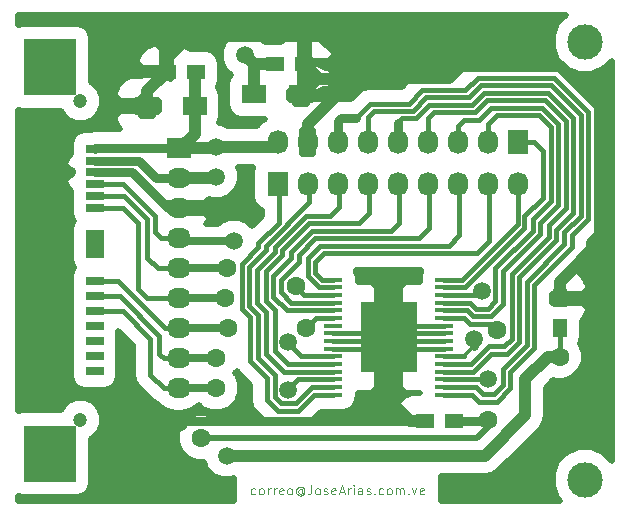
<source format=gbr>
G04 #@! TF.FileFunction,Copper,L1,Top,Signal*
%FSLAX46Y46*%
G04 Gerber Fmt 4.6, Leading zero omitted, Abs format (unit mm)*
G04 Created by KiCad (PCBNEW 4.0.6-e0-6349~53~ubuntu14.04.1) date Thu Nov 23 15:23:52 2017*
%MOMM*%
%LPD*%
G01*
G04 APERTURE LIST*
%ADD10C,0.100000*%
%ADD11R,1.500000X1.250000*%
%ADD12R,1.727200X2.032000*%
%ADD13O,1.727200X2.032000*%
%ADD14R,1.250000X1.500000*%
%ADD15R,2.032000X1.727200*%
%ADD16O,2.032000X1.727200*%
%ADD17R,1.500000X2.400000*%
%ADD18R,1.500000X0.700000*%
%ADD19C,1.200000*%
%ADD20R,4.500000X4.850000*%
%ADD21R,1.600200X0.431800*%
%ADD22R,4.800600X5.892800*%
%ADD23R,2.000000X1.600000*%
%ADD24C,3.000000*%
%ADD25C,1.600000*%
%ADD26C,1.500000*%
%ADD27C,0.800000*%
%ADD28C,1.000000*%
%ADD29C,0.762000*%
%ADD30C,0.381000*%
%ADD31C,0.350000*%
%ADD32C,0.508000*%
%ADD33C,0.635000*%
%ADD34C,0.500000*%
G04 APERTURE END LIST*
D10*
X112808619Y-120084810D02*
X112732429Y-120122905D01*
X112580048Y-120122905D01*
X112503857Y-120084810D01*
X112465762Y-120046714D01*
X112427667Y-119970524D01*
X112427667Y-119741952D01*
X112465762Y-119665762D01*
X112503857Y-119627667D01*
X112580048Y-119589571D01*
X112732429Y-119589571D01*
X112808619Y-119627667D01*
X113265762Y-120122905D02*
X113189571Y-120084810D01*
X113151476Y-120046714D01*
X113113381Y-119970524D01*
X113113381Y-119741952D01*
X113151476Y-119665762D01*
X113189571Y-119627667D01*
X113265762Y-119589571D01*
X113380048Y-119589571D01*
X113456238Y-119627667D01*
X113494333Y-119665762D01*
X113532429Y-119741952D01*
X113532429Y-119970524D01*
X113494333Y-120046714D01*
X113456238Y-120084810D01*
X113380048Y-120122905D01*
X113265762Y-120122905D01*
X113875286Y-120122905D02*
X113875286Y-119589571D01*
X113875286Y-119741952D02*
X113913381Y-119665762D01*
X113951477Y-119627667D01*
X114027667Y-119589571D01*
X114103858Y-119589571D01*
X114370524Y-120122905D02*
X114370524Y-119589571D01*
X114370524Y-119741952D02*
X114408619Y-119665762D01*
X114446715Y-119627667D01*
X114522905Y-119589571D01*
X114599096Y-119589571D01*
X115170524Y-120084810D02*
X115094334Y-120122905D01*
X114941953Y-120122905D01*
X114865762Y-120084810D01*
X114827667Y-120008619D01*
X114827667Y-119703857D01*
X114865762Y-119627667D01*
X114941953Y-119589571D01*
X115094334Y-119589571D01*
X115170524Y-119627667D01*
X115208619Y-119703857D01*
X115208619Y-119780048D01*
X114827667Y-119856238D01*
X115665762Y-120122905D02*
X115589571Y-120084810D01*
X115551476Y-120046714D01*
X115513381Y-119970524D01*
X115513381Y-119741952D01*
X115551476Y-119665762D01*
X115589571Y-119627667D01*
X115665762Y-119589571D01*
X115780048Y-119589571D01*
X115856238Y-119627667D01*
X115894333Y-119665762D01*
X115932429Y-119741952D01*
X115932429Y-119970524D01*
X115894333Y-120046714D01*
X115856238Y-120084810D01*
X115780048Y-120122905D01*
X115665762Y-120122905D01*
X116770524Y-119741952D02*
X116732429Y-119703857D01*
X116656239Y-119665762D01*
X116580048Y-119665762D01*
X116503858Y-119703857D01*
X116465762Y-119741952D01*
X116427667Y-119818143D01*
X116427667Y-119894333D01*
X116465762Y-119970524D01*
X116503858Y-120008619D01*
X116580048Y-120046714D01*
X116656239Y-120046714D01*
X116732429Y-120008619D01*
X116770524Y-119970524D01*
X116770524Y-119665762D02*
X116770524Y-119970524D01*
X116808620Y-120008619D01*
X116846715Y-120008619D01*
X116922905Y-119970524D01*
X116961000Y-119894333D01*
X116961000Y-119703857D01*
X116884810Y-119589571D01*
X116770524Y-119513381D01*
X116618143Y-119475286D01*
X116465762Y-119513381D01*
X116351477Y-119589571D01*
X116275286Y-119703857D01*
X116237191Y-119856238D01*
X116275286Y-120008619D01*
X116351477Y-120122905D01*
X116465762Y-120199095D01*
X116618143Y-120237190D01*
X116770524Y-120199095D01*
X116884810Y-120122905D01*
X117532429Y-119322905D02*
X117532429Y-119894333D01*
X117494333Y-120008619D01*
X117418143Y-120084810D01*
X117303857Y-120122905D01*
X117227667Y-120122905D01*
X118027667Y-120122905D02*
X117951476Y-120084810D01*
X117913381Y-120046714D01*
X117875286Y-119970524D01*
X117875286Y-119741952D01*
X117913381Y-119665762D01*
X117951476Y-119627667D01*
X118027667Y-119589571D01*
X118141953Y-119589571D01*
X118218143Y-119627667D01*
X118256238Y-119665762D01*
X118294334Y-119741952D01*
X118294334Y-119970524D01*
X118256238Y-120046714D01*
X118218143Y-120084810D01*
X118141953Y-120122905D01*
X118027667Y-120122905D01*
X118599096Y-120084810D02*
X118675286Y-120122905D01*
X118827667Y-120122905D01*
X118903858Y-120084810D01*
X118941953Y-120008619D01*
X118941953Y-119970524D01*
X118903858Y-119894333D01*
X118827667Y-119856238D01*
X118713382Y-119856238D01*
X118637191Y-119818143D01*
X118599096Y-119741952D01*
X118599096Y-119703857D01*
X118637191Y-119627667D01*
X118713382Y-119589571D01*
X118827667Y-119589571D01*
X118903858Y-119627667D01*
X119589572Y-120084810D02*
X119513382Y-120122905D01*
X119361001Y-120122905D01*
X119284810Y-120084810D01*
X119246715Y-120008619D01*
X119246715Y-119703857D01*
X119284810Y-119627667D01*
X119361001Y-119589571D01*
X119513382Y-119589571D01*
X119589572Y-119627667D01*
X119627667Y-119703857D01*
X119627667Y-119780048D01*
X119246715Y-119856238D01*
X119932429Y-119894333D02*
X120313381Y-119894333D01*
X119856238Y-120122905D02*
X120122905Y-119322905D01*
X120389572Y-120122905D01*
X120656238Y-120122905D02*
X120656238Y-119589571D01*
X120656238Y-119741952D02*
X120694333Y-119665762D01*
X120732429Y-119627667D01*
X120808619Y-119589571D01*
X120884810Y-119589571D01*
X121151476Y-120122905D02*
X121151476Y-119589571D01*
X121151476Y-119322905D02*
X121113381Y-119361000D01*
X121151476Y-119399095D01*
X121189571Y-119361000D01*
X121151476Y-119322905D01*
X121151476Y-119399095D01*
X121875285Y-120122905D02*
X121875285Y-119703857D01*
X121837190Y-119627667D01*
X121761000Y-119589571D01*
X121608619Y-119589571D01*
X121532428Y-119627667D01*
X121875285Y-120084810D02*
X121799095Y-120122905D01*
X121608619Y-120122905D01*
X121532428Y-120084810D01*
X121494333Y-120008619D01*
X121494333Y-119932429D01*
X121532428Y-119856238D01*
X121608619Y-119818143D01*
X121799095Y-119818143D01*
X121875285Y-119780048D01*
X122218143Y-120084810D02*
X122294333Y-120122905D01*
X122446714Y-120122905D01*
X122522905Y-120084810D01*
X122561000Y-120008619D01*
X122561000Y-119970524D01*
X122522905Y-119894333D01*
X122446714Y-119856238D01*
X122332429Y-119856238D01*
X122256238Y-119818143D01*
X122218143Y-119741952D01*
X122218143Y-119703857D01*
X122256238Y-119627667D01*
X122332429Y-119589571D01*
X122446714Y-119589571D01*
X122522905Y-119627667D01*
X122903857Y-120046714D02*
X122941952Y-120084810D01*
X122903857Y-120122905D01*
X122865762Y-120084810D01*
X122903857Y-120046714D01*
X122903857Y-120122905D01*
X123627666Y-120084810D02*
X123551476Y-120122905D01*
X123399095Y-120122905D01*
X123322904Y-120084810D01*
X123284809Y-120046714D01*
X123246714Y-119970524D01*
X123246714Y-119741952D01*
X123284809Y-119665762D01*
X123322904Y-119627667D01*
X123399095Y-119589571D01*
X123551476Y-119589571D01*
X123627666Y-119627667D01*
X124084809Y-120122905D02*
X124008618Y-120084810D01*
X123970523Y-120046714D01*
X123932428Y-119970524D01*
X123932428Y-119741952D01*
X123970523Y-119665762D01*
X124008618Y-119627667D01*
X124084809Y-119589571D01*
X124199095Y-119589571D01*
X124275285Y-119627667D01*
X124313380Y-119665762D01*
X124351476Y-119741952D01*
X124351476Y-119970524D01*
X124313380Y-120046714D01*
X124275285Y-120084810D01*
X124199095Y-120122905D01*
X124084809Y-120122905D01*
X124694333Y-120122905D02*
X124694333Y-119589571D01*
X124694333Y-119665762D02*
X124732428Y-119627667D01*
X124808619Y-119589571D01*
X124922905Y-119589571D01*
X124999095Y-119627667D01*
X125037190Y-119703857D01*
X125037190Y-120122905D01*
X125037190Y-119703857D02*
X125075286Y-119627667D01*
X125151476Y-119589571D01*
X125265762Y-119589571D01*
X125341952Y-119627667D01*
X125380047Y-119703857D01*
X125380047Y-120122905D01*
X125761000Y-120046714D02*
X125799095Y-120084810D01*
X125761000Y-120122905D01*
X125722905Y-120084810D01*
X125761000Y-120046714D01*
X125761000Y-120122905D01*
X126065762Y-119589571D02*
X126256238Y-120122905D01*
X126446714Y-119589571D01*
X127056238Y-120084810D02*
X126980048Y-120122905D01*
X126827667Y-120122905D01*
X126751476Y-120084810D01*
X126713381Y-120008619D01*
X126713381Y-119703857D01*
X126751476Y-119627667D01*
X126827667Y-119589571D01*
X126980048Y-119589571D01*
X127056238Y-119627667D01*
X127094333Y-119703857D01*
X127094333Y-119780048D01*
X126713381Y-119856238D01*
D11*
X107803000Y-84328000D03*
X105303000Y-84328000D03*
X114447000Y-83693000D03*
X116947000Y-83693000D03*
X129647000Y-113919000D03*
X127147000Y-113919000D03*
D12*
X135001000Y-90297000D03*
D13*
X132461000Y-90297000D03*
X129921000Y-90297000D03*
X127381000Y-90297000D03*
X124841000Y-90297000D03*
X122301000Y-90297000D03*
X119761000Y-90297000D03*
X117221000Y-90297000D03*
X114681000Y-90297000D03*
D12*
X114681000Y-93853000D03*
D13*
X117221000Y-93853000D03*
X119761000Y-93853000D03*
X122301000Y-93853000D03*
X124841000Y-93853000D03*
X127381000Y-93853000D03*
X129921000Y-93853000D03*
X132461000Y-93853000D03*
X135001000Y-93853000D03*
D14*
X138557000Y-106025000D03*
X138557000Y-103525000D03*
D15*
X106299000Y-90805000D03*
D16*
X106299000Y-93345000D03*
X106299000Y-95885000D03*
X106299000Y-98425000D03*
X106299000Y-100965000D03*
X106299000Y-103505000D03*
X106299000Y-106045000D03*
X106299000Y-108585000D03*
X106299000Y-111125000D03*
D17*
X99187000Y-98933000D03*
D18*
X99187000Y-108423000D03*
X99187000Y-107153000D03*
X99187000Y-109693000D03*
X99187000Y-105883000D03*
X99187000Y-104613000D03*
X99187000Y-103343000D03*
X99187000Y-102073000D03*
X99187000Y-95863000D03*
X99187000Y-94863000D03*
X99187000Y-93863000D03*
X99187000Y-92863000D03*
X99187000Y-91863000D03*
X99187000Y-90863000D03*
D19*
X97987000Y-113813000D03*
X97987000Y-86813000D03*
D20*
X95387000Y-116663000D03*
X95387000Y-83963000D03*
D21*
X128778000Y-111683800D03*
X128778000Y-111023400D03*
X128778000Y-110388400D03*
X128778000Y-109728000D03*
X128778000Y-109093000D03*
X128778000Y-108432600D03*
X128778000Y-107772200D03*
X128778000Y-107137200D03*
X128778000Y-106476800D03*
X128778000Y-105841800D03*
X128778000Y-105181400D03*
X128778000Y-104521000D03*
X128778000Y-103886000D03*
X128778000Y-103225600D03*
X128778000Y-102590600D03*
X128778000Y-101930200D03*
X119380000Y-101930200D03*
X119380000Y-102590600D03*
X119380000Y-103225600D03*
X119380000Y-103886000D03*
X119380000Y-104521000D03*
X119380000Y-105181400D03*
X119380000Y-105841800D03*
X119380000Y-106476800D03*
X119380000Y-107137200D03*
X119380000Y-107772200D03*
X119380000Y-108432600D03*
X119380000Y-109093000D03*
X119380000Y-109728000D03*
X119380000Y-110388400D03*
X119380000Y-111023400D03*
X119380000Y-111683800D03*
D22*
X124079000Y-106807000D03*
D23*
X107664000Y-87249000D03*
X103664000Y-87249000D03*
X112681000Y-86233000D03*
X116681000Y-86233000D03*
D24*
X140716000Y-81788000D03*
X140716000Y-118872000D03*
D25*
X124206000Y-106934000D03*
D26*
X106299000Y-114046000D03*
X111887000Y-94361000D03*
X119761000Y-85090000D03*
X110363000Y-116840000D03*
X109474000Y-90678000D03*
D25*
X138557000Y-108458000D03*
D26*
X131318000Y-106934000D03*
D25*
X108204000Y-115316000D03*
D26*
X111887000Y-82931000D03*
X109474000Y-93218000D03*
X132461000Y-110363000D03*
D25*
X132461000Y-113792000D03*
X109474000Y-111125000D03*
D26*
X115570000Y-111252000D03*
X115570000Y-107188000D03*
D25*
X109474000Y-108585000D03*
X133223000Y-106172000D03*
X110236000Y-103505000D03*
X110363000Y-100965000D03*
X117094000Y-106045000D03*
D26*
X110998000Y-98679000D03*
D25*
X116205000Y-102489000D03*
D26*
X131953000Y-102870000D03*
D25*
X110490000Y-106045000D03*
D27*
X124206000Y-106934000D02*
X124079000Y-106807000D01*
D28*
X105303000Y-84328000D02*
X105303000Y-83165000D01*
X119761000Y-82677000D02*
X119761000Y-85090000D01*
X118364000Y-81280000D02*
X119761000Y-82677000D01*
X107188000Y-81280000D02*
X118364000Y-81280000D01*
X105303000Y-83165000D02*
X107188000Y-81280000D01*
X103664000Y-87249000D02*
X103664000Y-85967000D01*
X103664000Y-85967000D02*
X105303000Y-84328000D01*
D29*
X99187000Y-92863000D02*
X102388000Y-92863000D01*
X102388000Y-92863000D02*
X105410000Y-95885000D01*
X105410000Y-95885000D02*
X106299000Y-95885000D01*
D28*
X138557000Y-103525000D02*
X138557000Y-102108000D01*
X120015000Y-84836000D02*
X119761000Y-85090000D01*
X129159000Y-84836000D02*
X120015000Y-84836000D01*
X130175000Y-83820000D02*
X129159000Y-84836000D01*
X138557000Y-83820000D02*
X130175000Y-83820000D01*
X141986000Y-87249000D02*
X138557000Y-83820000D01*
X141986000Y-98679000D02*
X141986000Y-87249000D01*
X138557000Y-102108000D02*
X141986000Y-98679000D01*
X127147000Y-113919000D02*
X125857000Y-113919000D01*
X125857000Y-113919000D02*
X124079000Y-112141000D01*
X124079000Y-112141000D02*
X124079000Y-106807000D01*
D30*
X128778000Y-107772200D02*
X125044200Y-107772200D01*
X125044200Y-107772200D02*
X124079000Y-106807000D01*
X128778000Y-107137200D02*
X124409200Y-107137200D01*
X124409200Y-107137200D02*
X124079000Y-106807000D01*
X128778000Y-106476800D02*
X124409200Y-106476800D01*
X124409200Y-106476800D02*
X124079000Y-106807000D01*
X128778000Y-105841800D02*
X125044200Y-105841800D01*
X125044200Y-105841800D02*
X124079000Y-106807000D01*
X119380000Y-107772200D02*
X123113800Y-107772200D01*
X123113800Y-107772200D02*
X124079000Y-106807000D01*
X119380000Y-107137200D02*
X123748800Y-107137200D01*
X123748800Y-107137200D02*
X124079000Y-106807000D01*
X119380000Y-106476800D02*
X123748800Y-106476800D01*
X123748800Y-106476800D02*
X124079000Y-106807000D01*
D29*
X106426000Y-113919000D02*
X127147000Y-113919000D01*
X106299000Y-114046000D02*
X106426000Y-113919000D01*
D28*
X119761000Y-85090000D02*
X119761000Y-86233000D01*
X119761000Y-86233000D02*
X117221000Y-88773000D01*
X117221000Y-88773000D02*
X117221000Y-90297000D01*
X106299000Y-95885000D02*
X110363000Y-95885000D01*
X110363000Y-95885000D02*
X111887000Y-94361000D01*
X118163500Y-84909500D02*
X118004500Y-84909500D01*
X118004500Y-84909500D02*
X116681000Y-86233000D01*
X118217000Y-84963000D02*
X118163500Y-84909500D01*
X119761000Y-85090000D02*
X119634000Y-84963000D01*
X119634000Y-84963000D02*
X118217000Y-84963000D01*
X118163500Y-84909500D02*
X116947000Y-83693000D01*
D29*
X106299000Y-90805000D02*
X99245000Y-90805000D01*
X99245000Y-90805000D02*
X99187000Y-90863000D01*
D28*
X137541000Y-108458000D02*
X138557000Y-108458000D01*
X135636000Y-110363000D02*
X137541000Y-108458000D01*
X135636000Y-113411000D02*
X135636000Y-110363000D01*
X132207000Y-116840000D02*
X135636000Y-113411000D01*
X110363000Y-116840000D02*
X132207000Y-116840000D01*
X114300000Y-90678000D02*
X109474000Y-90678000D01*
X109347000Y-90805000D02*
X109474000Y-90678000D01*
X109347000Y-90805000D02*
X106299000Y-90805000D01*
X114300000Y-90678000D02*
X114681000Y-90297000D01*
X107664000Y-87249000D02*
X107664000Y-84467000D01*
X107664000Y-84467000D02*
X107803000Y-84328000D01*
X106299000Y-90805000D02*
X106426000Y-90805000D01*
X106426000Y-90805000D02*
X107664000Y-89567000D01*
X107664000Y-89567000D02*
X107664000Y-87249000D01*
D30*
X128778000Y-108432600D02*
X130454400Y-108432600D01*
D29*
X131318000Y-107569000D02*
X131318000Y-106934000D01*
D31*
X130454400Y-108432600D02*
X131318000Y-107569000D01*
D30*
X138557000Y-108458000D02*
X138557000Y-106025000D01*
D29*
X99187000Y-91863000D02*
X102912000Y-91863000D01*
X104394000Y-93345000D02*
X106299000Y-93345000D01*
X102912000Y-91863000D02*
X104394000Y-93345000D01*
D32*
X108204000Y-115316000D02*
X131572000Y-115316000D01*
X132461000Y-114427000D02*
X132461000Y-113792000D01*
X131572000Y-115316000D02*
X132461000Y-114427000D01*
D28*
X112649000Y-83693000D02*
X111887000Y-82931000D01*
X109347000Y-93345000D02*
X106299000Y-93345000D01*
X109347000Y-93345000D02*
X109474000Y-93218000D01*
X112649000Y-83693000D02*
X112649000Y-86201000D01*
X112649000Y-86201000D02*
X112681000Y-86233000D01*
X112649000Y-83693000D02*
X114447000Y-83693000D01*
D29*
X132435600Y-110388400D02*
X132461000Y-110363000D01*
D30*
X128778000Y-110388400D02*
X132435600Y-110388400D01*
D29*
X132334000Y-113919000D02*
X129647000Y-113919000D01*
X132461000Y-113792000D02*
X132334000Y-113919000D01*
D30*
X99187000Y-104613000D02*
X101565000Y-104613000D01*
X101565000Y-104613000D02*
X103886000Y-106934000D01*
X103886000Y-106934000D02*
X103886000Y-109982000D01*
X103886000Y-109982000D02*
X105029000Y-111125000D01*
X105029000Y-111125000D02*
X106299000Y-111125000D01*
D33*
X106299000Y-111125000D02*
X109474000Y-111125000D01*
D30*
X119380000Y-110388400D02*
X116433600Y-110388400D01*
X116433600Y-110388400D02*
X115570000Y-111252000D01*
X99187000Y-103343000D02*
X101311000Y-103343000D01*
X101311000Y-103343000D02*
X104648000Y-106680000D01*
X104648000Y-106680000D02*
X104648000Y-108204000D01*
X104648000Y-108204000D02*
X105029000Y-108585000D01*
X105029000Y-108585000D02*
X106299000Y-108585000D01*
X116687600Y-108432600D02*
X115570000Y-107315000D01*
X115570000Y-107315000D02*
X115570000Y-107188000D01*
X119380000Y-108432600D02*
X116687600Y-108432600D01*
D33*
X109474000Y-108585000D02*
X106299000Y-108585000D01*
D30*
X99187000Y-95863000D02*
X101578000Y-95863000D01*
X101578000Y-95863000D02*
X102870000Y-97155000D01*
X102870000Y-97155000D02*
X102870000Y-102743000D01*
X102870000Y-102743000D02*
X103632000Y-103505000D01*
X103632000Y-103505000D02*
X106299000Y-103505000D01*
X128778000Y-105181400D02*
X130454400Y-105181400D01*
X132715000Y-105664000D02*
X133223000Y-106172000D01*
X130937000Y-105664000D02*
X132715000Y-105664000D01*
X130454400Y-105181400D02*
X130937000Y-105664000D01*
D33*
X106299000Y-103505000D02*
X110236000Y-103505000D01*
D30*
X133223000Y-106172000D02*
X132842000Y-105791000D01*
X99187000Y-94863000D02*
X101721000Y-94863000D01*
X101721000Y-94863000D02*
X103632000Y-96774000D01*
X103632000Y-96774000D02*
X103632000Y-100076000D01*
X103632000Y-100076000D02*
X104521000Y-100965000D01*
X104521000Y-100965000D02*
X106299000Y-100965000D01*
D33*
X106299000Y-100965000D02*
X110363000Y-100965000D01*
D30*
X119380000Y-105181400D02*
X117957600Y-105181400D01*
X117957600Y-105181400D02*
X117094000Y-106045000D01*
X99187000Y-93863000D02*
X101610000Y-93863000D01*
X104775000Y-98425000D02*
X106299000Y-98425000D01*
X104267000Y-97917000D02*
X104775000Y-98425000D01*
X104267000Y-96520000D02*
X104267000Y-97917000D01*
X101610000Y-93863000D02*
X104267000Y-96520000D01*
D33*
X106553000Y-98679000D02*
X110998000Y-98679000D01*
D30*
X116941600Y-103225600D02*
X116205000Y-102489000D01*
X116941600Y-103225600D02*
X119380000Y-103225600D01*
X106553000Y-98679000D02*
X106299000Y-98425000D01*
X128778000Y-111683800D02*
X131114800Y-111683800D01*
D29*
X119761000Y-88519000D02*
X119761000Y-90297000D01*
X120015000Y-88265000D02*
X119761000Y-88519000D01*
X121285000Y-88265000D02*
X120015000Y-88265000D01*
D30*
X122501002Y-87048998D02*
X121285000Y-88265000D01*
X125803002Y-87048998D02*
X122501002Y-87048998D01*
X126946002Y-85905998D02*
X125803002Y-87048998D01*
X130556000Y-85905998D02*
X126946002Y-85905998D01*
X131625998Y-84836000D02*
X130556000Y-85905998D01*
X138049000Y-84836000D02*
X131625998Y-84836000D01*
X140970000Y-87757000D02*
X138049000Y-84836000D01*
X140970000Y-96774000D02*
X140970000Y-87757000D01*
X139573000Y-98171000D02*
X140970000Y-96774000D01*
X139573000Y-99187000D02*
X139573000Y-98171000D01*
X136364330Y-102395670D02*
X139573000Y-99187000D01*
X136364330Y-107729670D02*
X136364330Y-102395670D01*
X134366000Y-109728000D02*
X136364330Y-107729670D01*
X134366000Y-111125000D02*
X134366000Y-109728000D01*
X133223000Y-112268000D02*
X134366000Y-111125000D01*
X131699000Y-112268000D02*
X133223000Y-112268000D01*
X131114800Y-111683800D02*
X131699000Y-112268000D01*
X128778000Y-111023400D02*
X131470400Y-111023400D01*
X122301000Y-88138000D02*
X122301000Y-90297000D01*
X122809000Y-87630000D02*
X122301000Y-88138000D01*
X126111000Y-87630000D02*
X122809000Y-87630000D01*
X127254000Y-86487000D02*
X126111000Y-87630000D01*
X130931338Y-86487000D02*
X127254000Y-86487000D01*
X131947338Y-85471000D02*
X130931338Y-86487000D01*
X137795000Y-85471000D02*
X131947338Y-85471000D01*
X140335000Y-88011000D02*
X137795000Y-85471000D01*
X140335000Y-96520000D02*
X140335000Y-88011000D01*
X138938000Y-97917000D02*
X140335000Y-96520000D01*
X138938000Y-98933000D02*
X138938000Y-97917000D01*
X135763000Y-102108000D02*
X138938000Y-98933000D01*
X135763000Y-107442000D02*
X135763000Y-102108000D01*
X133731000Y-109474000D02*
X135763000Y-107442000D01*
X133731000Y-110871000D02*
X133731000Y-109474000D01*
X132969000Y-111633000D02*
X133731000Y-110871000D01*
X132080000Y-111633000D02*
X132969000Y-111633000D01*
X131470400Y-111023400D02*
X132080000Y-111633000D01*
X128778000Y-109728000D02*
X131264002Y-109728000D01*
X131264002Y-109728000D02*
X132788002Y-108204000D01*
X132788002Y-108204000D02*
X134112000Y-108204000D01*
X134112000Y-108204000D02*
X135128000Y-107188000D01*
X135128000Y-107188000D02*
X135128000Y-101727000D01*
X135128000Y-101727000D02*
X138249002Y-98605998D01*
X138249002Y-98605998D02*
X138249002Y-97716998D01*
X138249002Y-97716998D02*
X139700000Y-96266000D01*
X139700000Y-96266000D02*
X139700000Y-88265000D01*
X139700000Y-88265000D02*
X137541000Y-86106000D01*
X137541000Y-86106000D02*
X132133998Y-86106000D01*
X132133998Y-86106000D02*
X131117998Y-87122000D01*
X131117998Y-87122000D02*
X127508000Y-87122000D01*
X127508000Y-87122000D02*
X126365000Y-88265000D01*
X126365000Y-88265000D02*
X125222000Y-88265000D01*
X125222000Y-88265000D02*
X124841000Y-88646000D01*
D29*
X124841000Y-88646000D02*
X124841000Y-90297000D01*
D30*
X139065000Y-95885000D02*
X139065000Y-88519000D01*
X139065000Y-88519000D02*
X137287000Y-86741000D01*
X137287000Y-86741000D02*
X132387998Y-86741000D01*
X132387998Y-86741000D02*
X131371998Y-87757000D01*
X131371998Y-87757000D02*
X127889000Y-87757000D01*
X127889000Y-87757000D02*
X127381000Y-88265000D01*
X127381000Y-88265000D02*
X127381000Y-90297000D01*
X128778000Y-109093000D02*
X131064000Y-109093000D01*
X137668000Y-97282000D02*
X139065000Y-95885000D01*
X137668000Y-98298000D02*
X137668000Y-97282000D01*
X134493000Y-101473000D02*
X137668000Y-98298000D01*
X134493000Y-106934000D02*
X134493000Y-101473000D01*
X133858000Y-107569000D02*
X134493000Y-106934000D01*
X132588000Y-107569000D02*
X133858000Y-107569000D01*
X131064000Y-109093000D02*
X132588000Y-107569000D01*
X128778000Y-104521000D02*
X130750340Y-104521000D01*
X129921000Y-88900000D02*
X129921000Y-90297000D01*
X130429000Y-88392000D02*
X129921000Y-88900000D01*
X131699000Y-88392000D02*
X130429000Y-88392000D01*
X132715000Y-87376000D02*
X131699000Y-88392000D01*
X137033000Y-87376000D02*
X132715000Y-87376000D01*
X138430000Y-88773000D02*
X137033000Y-87376000D01*
X138430000Y-95631000D02*
X138430000Y-88773000D01*
X136906000Y-97155000D02*
X138430000Y-95631000D01*
X136906000Y-98044000D02*
X136906000Y-97155000D01*
X133760830Y-101189170D02*
X136906000Y-98044000D01*
X133760830Y-103983170D02*
X133760830Y-101189170D01*
X132768998Y-104975002D02*
X133760830Y-103983170D01*
X131204342Y-104975002D02*
X132768998Y-104975002D01*
X130750340Y-104521000D02*
X131204342Y-104975002D01*
X128778000Y-103886000D02*
X130937000Y-103886000D01*
X132461000Y-88773000D02*
X132461000Y-90297000D01*
X133223000Y-88011000D02*
X132461000Y-88773000D01*
X136779000Y-88011000D02*
X133223000Y-88011000D01*
X137795000Y-89027000D02*
X136779000Y-88011000D01*
X137795000Y-95250000D02*
X137795000Y-89027000D01*
X136271000Y-96774000D02*
X137795000Y-95250000D01*
X136271000Y-97790000D02*
X136271000Y-96774000D01*
X133096000Y-100965000D02*
X136271000Y-97790000D01*
X133096000Y-103759000D02*
X133096000Y-100965000D01*
X132461000Y-104394000D02*
X133096000Y-103759000D01*
X131445000Y-104394000D02*
X132461000Y-104394000D01*
X130937000Y-103886000D02*
X131445000Y-104394000D01*
X135582002Y-97589998D02*
X135582002Y-96573998D01*
X130581400Y-102590600D02*
X135582002Y-97589998D01*
X128778000Y-102590600D02*
X130581400Y-102590600D01*
X136398000Y-90297000D02*
X135001000Y-90297000D01*
X137160000Y-91059000D02*
X136398000Y-90297000D01*
X137160000Y-94996000D02*
X137160000Y-91059000D01*
X135582002Y-96573998D02*
X137160000Y-94996000D01*
X128778000Y-101930200D02*
X130279798Y-101930200D01*
X130279798Y-101930200D02*
X135001000Y-97208998D01*
X135001000Y-97208998D02*
X135001000Y-93853000D01*
X131572000Y-99695000D02*
X132588000Y-98679000D01*
X132588000Y-98679000D02*
X132588000Y-93980000D01*
X132588000Y-93980000D02*
X132461000Y-93853000D01*
X119380000Y-101930200D02*
X118440200Y-101930200D01*
X118618000Y-99695000D02*
X131572000Y-99695000D01*
X117856000Y-100457000D02*
X118618000Y-99695000D01*
X117856000Y-101346000D02*
X117856000Y-100457000D01*
X118440200Y-101930200D02*
X117856000Y-101346000D01*
X131572000Y-99695000D02*
X131445000Y-99695000D01*
X130048000Y-93980000D02*
X130048000Y-98171000D01*
X118211600Y-102590600D02*
X117221000Y-101600000D01*
X117221000Y-101600000D02*
X117221000Y-100076000D01*
X117221000Y-100076000D02*
X118237000Y-99060000D01*
X118237000Y-99060000D02*
X129159000Y-99060000D01*
X129159000Y-99060000D02*
X130048000Y-98171000D01*
X118211600Y-102590600D02*
X119380000Y-102590600D01*
X130048000Y-93980000D02*
X129921000Y-93853000D01*
X127508000Y-93980000D02*
X127508000Y-97536000D01*
X115824000Y-103886000D02*
X119380000Y-103886000D01*
X126619000Y-98425000D02*
X127508000Y-97536000D01*
X117856000Y-98425000D02*
X126619000Y-98425000D01*
X116459000Y-99822000D02*
X117856000Y-98425000D01*
X116459000Y-100457000D02*
X116459000Y-99822000D01*
X114935000Y-101981000D02*
X116459000Y-100457000D01*
X114935000Y-102997000D02*
X114935000Y-101981000D01*
X115824000Y-103886000D02*
X114935000Y-102997000D01*
X127508000Y-93980000D02*
X127381000Y-93853000D01*
X124968000Y-93980000D02*
X124968000Y-97155000D01*
X115443000Y-104521000D02*
X119380000Y-104521000D01*
X124279002Y-97843998D02*
X124968000Y-97155000D01*
X117615342Y-97843998D02*
X124279002Y-97843998D01*
X115824000Y-99635340D02*
X117615342Y-97843998D01*
X115824000Y-100076000D02*
X115824000Y-99635340D01*
X114300000Y-101600000D02*
X115824000Y-100076000D01*
X114300000Y-103378000D02*
X114300000Y-101600000D01*
X115443000Y-104521000D02*
X114300000Y-103378000D01*
X124968000Y-93980000D02*
X124841000Y-93853000D01*
X122428000Y-93980000D02*
X122428000Y-96266000D01*
X115570000Y-109093000D02*
X114427000Y-107950000D01*
X114427000Y-107950000D02*
X114427000Y-104521000D01*
X114427000Y-104521000D02*
X113665000Y-103759000D01*
X113665000Y-103759000D02*
X113665000Y-101219000D01*
X113665000Y-101219000D02*
X115062000Y-99822000D01*
X115062000Y-99822000D02*
X115062000Y-99441000D01*
X115062000Y-99441000D02*
X117348000Y-97155000D01*
X117348000Y-97155000D02*
X121539000Y-97155000D01*
X121539000Y-97155000D02*
X122428000Y-96266000D01*
X115570000Y-109093000D02*
X119380000Y-109093000D01*
X122428000Y-93980000D02*
X122301000Y-93853000D01*
X119888000Y-93980000D02*
X119888000Y-95758000D01*
X115189000Y-109728000D02*
X113665000Y-108204000D01*
X113665000Y-108204000D02*
X113665000Y-104648000D01*
X113665000Y-104648000D02*
X112903000Y-103886000D01*
X112903000Y-103886000D02*
X112903000Y-101092000D01*
X112903000Y-101092000D02*
X114427000Y-99568000D01*
X114427000Y-99568000D02*
X114427000Y-99187000D01*
X114427000Y-99187000D02*
X117094000Y-96520000D01*
X117094000Y-96520000D02*
X119126000Y-96520000D01*
X119126000Y-96520000D02*
X119888000Y-95758000D01*
X115189000Y-109728000D02*
X119380000Y-109728000D01*
X119888000Y-93980000D02*
X119761000Y-93853000D01*
X117348000Y-93980000D02*
X117348000Y-95377000D01*
X117576600Y-111023400D02*
X116205000Y-112395000D01*
X116205000Y-112395000D02*
X114935000Y-112395000D01*
X114935000Y-112395000D02*
X114427000Y-111887000D01*
X114427000Y-111887000D02*
X114427000Y-109982000D01*
X114427000Y-109982000D02*
X113030000Y-108585000D01*
X113030000Y-108585000D02*
X113030000Y-104902000D01*
X113030000Y-104902000D02*
X112268000Y-104140000D01*
X112268000Y-104140000D02*
X112268000Y-100838000D01*
X112268000Y-100838000D02*
X113665000Y-99441000D01*
X113665000Y-99441000D02*
X113665000Y-99060000D01*
X113665000Y-99060000D02*
X117348000Y-95377000D01*
X117576600Y-111023400D02*
X119380000Y-111023400D01*
X117348000Y-93980000D02*
X117221000Y-93853000D01*
X114778170Y-97125170D02*
X114778170Y-93950170D01*
X114778170Y-93950170D02*
X114681000Y-93853000D01*
X119380000Y-111683800D02*
X117737860Y-111683800D01*
X117737860Y-111683800D02*
X116391660Y-113030000D01*
X116391660Y-113030000D02*
X114681000Y-113030000D01*
X114681000Y-113030000D02*
X113792000Y-112141000D01*
X113792000Y-112141000D02*
X113792000Y-110236000D01*
X113792000Y-110236000D02*
X112365170Y-108809170D01*
X112365170Y-108809170D02*
X112365170Y-105126170D01*
X112365170Y-105126170D02*
X111633000Y-104394000D01*
X111633000Y-104394000D02*
X111633000Y-100584000D01*
X111633000Y-100584000D02*
X113030000Y-99187000D01*
X113030000Y-99187000D02*
X113030000Y-98873340D01*
X113030000Y-98873340D02*
X114778170Y-97125170D01*
X114778170Y-97125170D02*
X114808000Y-97095340D01*
X128778000Y-103225600D02*
X131597400Y-103225600D01*
X131597400Y-103225600D02*
X131953000Y-102870000D01*
D33*
X110490000Y-106045000D02*
X106299000Y-106045000D01*
D30*
X99187000Y-102073000D02*
X101184000Y-102073000D01*
X101184000Y-102073000D02*
X105156000Y-106045000D01*
X105156000Y-106045000D02*
X106299000Y-106045000D01*
D34*
X143006000Y-83387691D02*
X143006000Y-83387691D01*
X143006000Y-83787691D02*
X142605301Y-83787691D01*
X143006000Y-84187691D02*
X142109574Y-84187691D01*
X143006000Y-84587691D02*
X139837865Y-84587691D01*
X143006000Y-84987691D02*
X140237865Y-84987691D01*
X143006000Y-85387691D02*
X140637865Y-85387691D01*
X143006000Y-85787691D02*
X141037865Y-85787691D01*
X143006000Y-86187691D02*
X141437865Y-86187691D01*
X143006000Y-86587691D02*
X141837865Y-86587691D01*
X143006000Y-86987691D02*
X142155150Y-86987691D01*
X143006000Y-87387691D02*
X142337040Y-87387691D01*
X143006000Y-87787691D02*
X142410500Y-87787691D01*
X143006000Y-88187691D02*
X142410500Y-88187691D01*
X143006000Y-88587691D02*
X142410500Y-88587691D01*
X143006000Y-88987691D02*
X142410500Y-88987691D01*
X143006000Y-89387691D02*
X142410500Y-89387691D01*
X143006000Y-89787691D02*
X142410500Y-89787691D01*
X143006000Y-90187691D02*
X142410500Y-90187691D01*
X143006000Y-90587691D02*
X142410500Y-90587691D01*
X143006000Y-90987691D02*
X142410500Y-90987691D01*
X143006000Y-91387691D02*
X142410500Y-91387691D01*
X143006000Y-91787691D02*
X142410500Y-91787691D01*
X143006000Y-92187691D02*
X142410500Y-92187691D01*
X143006000Y-92587691D02*
X142410500Y-92587691D01*
X143006000Y-92987691D02*
X142410500Y-92987691D01*
X143006000Y-93387691D02*
X142410500Y-93387691D01*
X143006000Y-93787691D02*
X142410500Y-93787691D01*
X143006000Y-94187691D02*
X142410500Y-94187691D01*
X143006000Y-94587691D02*
X142410500Y-94587691D01*
X143006000Y-94987691D02*
X142410500Y-94987691D01*
X143006000Y-95387691D02*
X142410500Y-95387691D01*
X143006000Y-95787691D02*
X142410500Y-95787691D01*
X143006000Y-96187691D02*
X142410500Y-96187691D01*
X143006000Y-96587691D02*
X142410500Y-96587691D01*
X143006000Y-96987691D02*
X142367993Y-96987691D01*
X143006000Y-97387691D02*
X142259130Y-97387691D01*
X143006000Y-97787691D02*
X141991859Y-97787691D01*
X143006000Y-98187691D02*
X141593483Y-98187691D01*
X143006000Y-98587691D02*
X141193483Y-98587691D01*
X143006000Y-98987691D02*
X141013500Y-98987691D01*
X143006000Y-99387691D02*
X140973579Y-99387691D01*
X143006000Y-99787691D02*
X140870816Y-99787691D01*
X143006000Y-100187691D02*
X140603545Y-100187691D01*
X143006000Y-100587691D02*
X140209484Y-100587691D01*
X143006000Y-100987691D02*
X139809484Y-100987691D01*
X143006000Y-101387691D02*
X140269565Y-101387691D01*
X143006000Y-101787691D02*
X140667230Y-101787691D01*
X143006000Y-102187691D02*
X140832916Y-102187691D01*
X143006000Y-102587691D02*
X140932000Y-102587691D01*
X138869500Y-102987691D02*
X138244500Y-102987691D01*
X143006000Y-102987691D02*
X140656809Y-102987691D01*
X143006000Y-103387691D02*
X137932000Y-103387691D01*
X143006000Y-103787691D02*
X137932000Y-103787691D01*
X143006000Y-104187691D02*
X140782191Y-104187691D01*
X143006000Y-104587691D02*
X140932000Y-104587691D01*
X143006000Y-104987691D02*
X140780980Y-104987691D01*
X143006000Y-105387691D02*
X140544183Y-105387691D01*
X143006000Y-105787691D02*
X140456488Y-105787691D01*
X143006000Y-106187691D02*
X140456488Y-106187691D01*
X143006000Y-106587691D02*
X140456488Y-106587691D01*
X143006000Y-106987691D02*
X140413416Y-106987691D01*
X143006000Y-107387691D02*
X140332862Y-107387691D01*
X143006000Y-107787691D02*
X140498138Y-107787691D01*
X143006000Y-108187691D02*
X140607236Y-108187691D01*
X143006000Y-108587691D02*
X140606887Y-108587691D01*
X143006000Y-108987691D02*
X140556759Y-108987691D01*
X143006000Y-109387691D02*
X140390665Y-109387691D01*
X143006000Y-109787691D02*
X140126657Y-109787691D01*
X143006000Y-110187691D02*
X139725959Y-110187691D01*
X143006000Y-110587691D02*
X137886183Y-110587691D01*
X143006000Y-110987691D02*
X137486183Y-110987691D01*
X143006000Y-111387691D02*
X137386000Y-111387691D01*
X143006000Y-111787691D02*
X137386000Y-111787691D01*
X143006000Y-112187691D02*
X137386000Y-112187691D01*
X143006000Y-112587691D02*
X137386000Y-112587691D01*
X143006000Y-112987691D02*
X137386000Y-112987691D01*
X143006000Y-113387691D02*
X137386000Y-113387691D01*
X143006000Y-113787691D02*
X137311071Y-113787691D01*
X143006000Y-114187691D02*
X137181297Y-114187691D01*
X143006000Y-114587691D02*
X136914026Y-114587691D01*
X143006000Y-114987691D02*
X136534183Y-114987691D01*
X143006000Y-115387691D02*
X136134183Y-115387691D01*
X143006000Y-115787691D02*
X135734183Y-115787691D01*
X140011253Y-116187691D02*
X135334183Y-116187691D01*
X143006000Y-116187691D02*
X141422460Y-116187691D01*
X139111814Y-116587691D02*
X134934183Y-116587691D01*
X143006000Y-116587691D02*
X142321373Y-116587691D01*
X138711115Y-116987691D02*
X134534183Y-116987691D01*
X143006000Y-116987691D02*
X142720676Y-116987691D01*
X138354683Y-117387691D02*
X134134183Y-117387691D01*
X138188589Y-117787691D02*
X133734183Y-117787691D01*
X138022494Y-118187691D02*
X133279430Y-118187691D01*
X137966247Y-118587691D02*
X132218608Y-118587691D01*
X137965898Y-118987691D02*
X128496714Y-118987691D01*
X137965549Y-119387691D02*
X128496714Y-119387691D01*
X138118851Y-119787691D02*
X128496714Y-119787691D01*
X138284127Y-120187691D02*
X128496714Y-120187691D01*
X138543000Y-120587691D02*
X128496714Y-120587691D01*
X139117514Y-79498000D02*
X92706000Y-79498000D01*
X138716816Y-79898000D02*
X92706000Y-79898000D01*
X92953712Y-80298000D02*
X92706000Y-80298000D01*
X138357047Y-80298000D02*
X97807307Y-80298000D01*
X138190952Y-80698000D02*
X98581877Y-80698000D01*
X111085913Y-81098000D02*
X98828697Y-81098000D01*
X138024857Y-81098000D02*
X112687913Y-81098000D01*
X110491605Y-81498000D02*
X98903962Y-81498000D01*
X115414345Y-81498000D02*
X113282461Y-81498000D01*
X117579500Y-81498000D02*
X116314500Y-81498000D01*
X137966252Y-81498000D02*
X118479656Y-81498000D01*
X110150372Y-81898000D02*
X98911488Y-81898000D01*
X117322000Y-81898000D02*
X116572000Y-81898000D01*
X137965903Y-81898000D02*
X119001874Y-81898000D01*
X103483126Y-82298000D02*
X98911488Y-82298000D01*
X105770500Y-82298000D02*
X104835500Y-82298000D01*
X109984277Y-82298000D02*
X107122874Y-82298000D01*
X117322000Y-82298000D02*
X116572000Y-82298000D01*
X137965554Y-82298000D02*
X119272243Y-82298000D01*
X103083126Y-82698000D02*
X98911488Y-82698000D01*
X105678000Y-82698000D02*
X104928000Y-82698000D01*
X109887203Y-82698000D02*
X109296299Y-82698000D01*
X117322000Y-82698000D02*
X116572000Y-82698000D01*
X138116499Y-82698000D02*
X119437928Y-82698000D01*
X102909413Y-83098000D02*
X98911488Y-83098000D01*
X105678000Y-83098000D02*
X104928000Y-83098000D01*
X109886854Y-83098000D02*
X109649096Y-83098000D01*
X117322000Y-83098000D02*
X116572000Y-83098000D01*
X138281776Y-83098000D02*
X119292000Y-83098000D01*
X102803000Y-83498000D02*
X98911488Y-83498000D01*
X105678000Y-83498000D02*
X104928000Y-83498000D01*
X109957277Y-83498000D02*
X109788915Y-83498000D01*
X131110699Y-83498000D02*
X116471488Y-83498000D01*
X103123000Y-83898000D02*
X98911488Y-83898000D01*
X105678000Y-83898000D02*
X104928000Y-83898000D01*
X110122553Y-83898000D02*
X109827488Y-83898000D01*
X117403500Y-83898000D02*
X116471488Y-83898000D01*
X130526824Y-83898000D02*
X118548153Y-83898000D01*
X105778512Y-84298000D02*
X98911488Y-84298000D01*
X110425654Y-84298000D02*
X109827488Y-84298000D01*
X117181000Y-84298000D02*
X116572000Y-84298000D01*
X130126824Y-84298000D02*
X119302000Y-84298000D01*
X103183000Y-84698000D02*
X98911488Y-84698000D01*
X105678000Y-84698000D02*
X104928000Y-84698000D01*
X110670331Y-84698000D02*
X109827488Y-84698000D01*
X117181000Y-84698000D02*
X116572000Y-84698000D01*
X126210889Y-84698000D02*
X119433784Y-84698000D01*
X101540126Y-85098000D02*
X98911488Y-85098000D01*
X110474352Y-85098000D02*
X109798124Y-85098000D01*
X117181000Y-85098000D02*
X116572000Y-85098000D01*
X125716826Y-85098000D02*
X119431000Y-85098000D01*
X101163731Y-85498000D02*
X99288308Y-85498000D01*
X110406512Y-85498000D02*
X109693491Y-85498000D01*
X117181000Y-85498000D02*
X116572000Y-85498000D01*
X125316826Y-85498000D02*
X119328500Y-85498000D01*
X100998046Y-85898000D02*
X99610633Y-85898000D01*
X110406512Y-85898000D02*
X109794844Y-85898000D01*
X117589500Y-85898000D02*
X116304500Y-85898000D01*
X121680582Y-85898000D02*
X118455513Y-85898000D01*
X100914000Y-86298000D02*
X99775910Y-86298000D01*
X110406512Y-86298000D02*
X109910076Y-86298000D01*
X121214825Y-86298000D02*
X115681000Y-86298000D01*
X101200500Y-86698000D02*
X99837101Y-86698000D01*
X104164000Y-86698000D02*
X103164000Y-86698000D01*
X110406512Y-86698000D02*
X109938488Y-86698000D01*
X117181000Y-86698000D02*
X116181000Y-86698000D01*
X119693249Y-86698000D02*
X119058500Y-86698000D01*
X104664000Y-87098000D02*
X99836752Y-87098000D01*
X110418742Y-87098000D02*
X109938488Y-87098000D01*
X104664000Y-87498000D02*
X99705713Y-87498000D01*
X110494817Y-87498000D02*
X109938488Y-87498000D01*
X96456093Y-87898000D02*
X92706000Y-87898000D01*
X101102500Y-87898000D02*
X99518685Y-87898000D01*
X104164000Y-87898000D02*
X103164000Y-87898000D01*
X110752210Y-87898000D02*
X109938488Y-87898000D01*
X96855395Y-88298000D02*
X92706000Y-88298000D01*
X100914000Y-88298000D02*
X99117987Y-88298000D01*
X111634147Y-88298000D02*
X109888064Y-88298000D01*
X101038638Y-88698000D02*
X92706000Y-88698000D01*
X113124763Y-88698000D02*
X109920898Y-88698000D01*
X101238126Y-89098000D02*
X92706000Y-89098000D01*
X97705975Y-89498000D02*
X92706000Y-89498000D01*
X97344338Y-89898000D02*
X92706000Y-89898000D01*
X97206051Y-90298000D02*
X92706000Y-90298000D01*
X97162512Y-90698000D02*
X92706000Y-90698000D01*
X97162512Y-91098000D02*
X92706000Y-91098000D01*
X96977126Y-91498000D02*
X92706000Y-91498000D01*
X96797555Y-91898000D02*
X92706000Y-91898000D01*
X96734500Y-92298000D02*
X92706000Y-92298000D01*
X97263686Y-92698000D02*
X92706000Y-92698000D01*
X97064500Y-93098000D02*
X92706000Y-93098000D01*
X96687000Y-93498000D02*
X92706000Y-93498000D01*
X96826549Y-93898000D02*
X92706000Y-93898000D01*
X97047126Y-94298000D02*
X92706000Y-94298000D01*
X97162512Y-94698000D02*
X92706000Y-94698000D01*
X97162512Y-95098000D02*
X92706000Y-95098000D01*
X97165550Y-95498000D02*
X92706000Y-95498000D01*
X97162512Y-95898000D02*
X92706000Y-95898000D01*
X97178505Y-96298000D02*
X92706000Y-96298000D01*
X97263686Y-96698000D02*
X92706000Y-96698000D01*
X97358004Y-97098000D02*
X92706000Y-97098000D01*
X97210101Y-97498000D02*
X92706000Y-97498000D01*
X97162512Y-97898000D02*
X92706000Y-97898000D01*
X97162512Y-98298000D02*
X92706000Y-98298000D01*
X97162512Y-98698000D02*
X92706000Y-98698000D01*
X97162512Y-99098000D02*
X92706000Y-99098000D01*
X97162512Y-99498000D02*
X92706000Y-99498000D01*
X97162512Y-99898000D02*
X92706000Y-99898000D01*
X97193558Y-100298000D02*
X92706000Y-100298000D01*
X97315165Y-100698000D02*
X92706000Y-100698000D01*
X97351171Y-101098000D02*
X92706000Y-101098000D01*
X97208076Y-101498000D02*
X92706000Y-101498000D01*
X97162512Y-101898000D02*
X92706000Y-101898000D01*
X97162512Y-102298000D02*
X92706000Y-102298000D01*
X97214256Y-102698000D02*
X92706000Y-102698000D01*
X97162512Y-103098000D02*
X92706000Y-103098000D01*
X97162512Y-103498000D02*
X92706000Y-103498000D01*
X97201085Y-103898000D02*
X92706000Y-103898000D01*
X97162512Y-104298000D02*
X92706000Y-104298000D01*
X97162512Y-104698000D02*
X92706000Y-104698000D01*
X97187913Y-105098000D02*
X92706000Y-105098000D01*
X97169600Y-105498000D02*
X92706000Y-105498000D01*
X97162512Y-105898000D02*
X92706000Y-105898000D01*
X97174742Y-106298000D02*
X92706000Y-106298000D01*
X101212825Y-106298000D02*
X101198324Y-106298000D01*
X97183776Y-106698000D02*
X92706000Y-106698000D01*
X101612825Y-106698000D02*
X101191732Y-106698000D01*
X97162512Y-107098000D02*
X92706000Y-107098000D01*
X102012825Y-107098000D02*
X101211488Y-107098000D01*
X97162512Y-107498000D02*
X92706000Y-107498000D01*
X102412825Y-107498000D02*
X101211488Y-107498000D01*
X97197951Y-107898000D02*
X92706000Y-107898000D01*
X102445500Y-107898000D02*
X101178560Y-107898000D01*
X97162512Y-108298000D02*
X92706000Y-108298000D01*
X102445500Y-108298000D02*
X101211488Y-108298000D01*
X97162512Y-108698000D02*
X92706000Y-108698000D01*
X102445500Y-108698000D02*
X101211488Y-108698000D01*
X97212126Y-109098000D02*
X92706000Y-109098000D01*
X102445500Y-109098000D02*
X101165389Y-109098000D01*
X97162512Y-109498000D02*
X92706000Y-109498000D01*
X102445500Y-109498000D02*
X101211488Y-109498000D01*
X97162512Y-109898000D02*
X92706000Y-109898000D01*
X102445500Y-109898000D02*
X101211488Y-109898000D01*
X111416825Y-109898000D02*
X111145752Y-109898000D01*
X97210493Y-110298000D02*
X92706000Y-110298000D01*
X102508356Y-110298000D02*
X101159848Y-110298000D01*
X111816825Y-110298000D02*
X111350394Y-110298000D01*
X97373078Y-110698000D02*
X92706000Y-110698000D01*
X102665230Y-110698000D02*
X101002331Y-110698000D01*
X112216825Y-110698000D02*
X111515671Y-110698000D01*
X97766879Y-111098000D02*
X92706000Y-111098000D01*
X102964826Y-111098000D02*
X100605863Y-111098000D01*
X112351500Y-111098000D02*
X111524024Y-111098000D01*
X103364826Y-111498000D02*
X92706000Y-111498000D01*
X112351500Y-111498000D02*
X111523674Y-111498000D01*
X103764826Y-111898000D02*
X92706000Y-111898000D01*
X112351500Y-111898000D02*
X111372729Y-111898000D01*
X96886066Y-112298000D02*
X92706000Y-112298000D01*
X104241508Y-112298000D02*
X99088657Y-112298000D01*
X112382729Y-112298000D02*
X111200622Y-112298000D01*
X96485367Y-112698000D02*
X92706000Y-112698000D01*
X104725087Y-112698000D02*
X99487960Y-112698000D01*
X108147645Y-112698000D02*
X107872912Y-112698000D01*
X112464990Y-112698000D02*
X110799923Y-112698000D01*
X105395360Y-113098000D02*
X99693272Y-113098000D01*
X108879863Y-113098000D02*
X107202639Y-113098000D01*
X112732261Y-113098000D02*
X110067194Y-113098000D01*
X107235676Y-113498000D02*
X99837276Y-113498000D01*
X113111826Y-113498000D02*
X109171418Y-113498000D01*
X106722806Y-113898000D02*
X99836927Y-113898000D01*
X106407004Y-114298000D02*
X99788761Y-114298000D01*
X106240910Y-114698000D02*
X99622666Y-114698000D01*
X106154190Y-115098000D02*
X99318336Y-115098000D01*
X106153841Y-115498000D02*
X98911488Y-115498000D01*
X106226374Y-115898000D02*
X98911488Y-115898000D01*
X106391650Y-116298000D02*
X98911488Y-116298000D01*
X106686978Y-116698000D02*
X98911488Y-116698000D01*
X107149884Y-117098000D02*
X98911488Y-117098000D01*
X108470877Y-117498000D02*
X98911488Y-117498000D01*
X108636153Y-117898000D02*
X98911488Y-117898000D01*
X108992495Y-118298000D02*
X98911488Y-118298000D01*
X109622294Y-118698000D02*
X98911488Y-118698000D01*
X111025286Y-119098000D02*
X98909462Y-119098000D01*
X111025286Y-119498000D02*
X98828460Y-119498000D01*
X111025286Y-119898000D02*
X98596424Y-119898000D01*
X92818549Y-120298000D02*
X92706000Y-120298000D01*
X111025286Y-120298000D02*
X97979725Y-120298000D01*
X126860503Y-101135500D02*
X121293055Y-101135500D01*
X126739621Y-101535500D02*
X121420945Y-101535500D01*
X126703412Y-101935500D02*
X121454588Y-101935500D01*
X125291600Y-102335500D02*
X122866400Y-102335500D01*
X125079000Y-102735500D02*
X123079000Y-102735500D01*
X125079000Y-103135500D02*
X123079000Y-103135500D01*
X125079000Y-103535500D02*
X123079000Y-103535500D01*
X125079000Y-103935500D02*
X123079000Y-103935500D01*
X125079000Y-104335500D02*
X123079000Y-104335500D01*
X125079000Y-104735500D02*
X123079000Y-104735500D01*
X125079000Y-105135500D02*
X123079000Y-105135500D01*
X125079000Y-105535500D02*
X123079000Y-105535500D01*
X125099000Y-105935500D02*
X123059000Y-105935500D01*
X125099000Y-106335500D02*
X123059000Y-106335500D01*
X125099000Y-106735500D02*
X123059000Y-106735500D01*
X125099000Y-107135500D02*
X123059000Y-107135500D01*
X125099000Y-107535500D02*
X123059000Y-107535500D01*
X125079000Y-107935500D02*
X123079000Y-107935500D01*
X125079000Y-108335500D02*
X123079000Y-108335500D01*
X125079000Y-108735500D02*
X123079000Y-108735500D01*
X125079000Y-109135500D02*
X123079000Y-109135500D01*
X125079000Y-109535500D02*
X123079000Y-109535500D01*
X125079000Y-109935500D02*
X123079000Y-109935500D01*
X125079000Y-110335500D02*
X123079000Y-110335500D01*
X125079000Y-110735500D02*
X123079000Y-110735500D01*
X125148600Y-111135500D02*
X123009400Y-111135500D01*
X126703412Y-111535500D02*
X121454588Y-111535500D01*
X125280626Y-111935500D02*
X121447338Y-111935500D01*
X124899837Y-112335500D02*
X121366335Y-112335500D01*
X124734153Y-112735500D02*
X121121896Y-112735500D01*
X118388854Y-113135500D02*
X118323334Y-113135500D01*
X124647000Y-113135500D02*
X120385709Y-113135500D01*
X124647000Y-113535500D02*
X117923334Y-113535500D01*
X112625737Y-92428000D02*
X111311581Y-92428000D01*
X112544735Y-92828000D02*
X111474340Y-92828000D01*
X112542912Y-93228000D02*
X111473991Y-93228000D01*
X112542912Y-93628000D02*
X111469321Y-93628000D01*
X112542912Y-94028000D02*
X111303226Y-94028000D01*
X112542912Y-94428000D02*
X111092784Y-94428000D01*
X112542912Y-94828000D02*
X110692086Y-94828000D01*
X112610462Y-95228000D02*
X108779801Y-95228000D01*
X112820401Y-95628000D02*
X105370171Y-95628000D01*
X113299488Y-96028000D02*
X105609635Y-96028000D01*
X113337670Y-96428000D02*
X108680800Y-96428000D01*
X110240476Y-96828000D02*
X108877745Y-96828000D01*
X113038165Y-96828000D02*
X111755564Y-96828000D01*
X109620637Y-97228000D02*
X108652360Y-97228000D01*
X112638165Y-97228000D02*
X112375493Y-97228000D01*
X117652800Y-89281000D02*
X116789200Y-89281000D01*
X117652800Y-89681000D02*
X116789200Y-89681000D01*
X117651221Y-90081000D02*
X116790780Y-90081000D01*
X117647400Y-90481000D02*
X116794600Y-90481000D01*
X117652800Y-90881000D02*
X116789200Y-90881000D01*
X117652800Y-91281000D02*
X116789200Y-91281000D01*
X143006000Y-117273514D02*
X142275784Y-116542023D01*
X141265409Y-116122478D01*
X140171391Y-116121523D01*
X139160285Y-116539304D01*
X138386023Y-117312216D01*
X137966478Y-118322591D01*
X137965523Y-119416609D01*
X138383304Y-120427715D01*
X138609194Y-120654000D01*
X128496714Y-120654000D01*
X128496714Y-118590000D01*
X132207000Y-118590000D01*
X132876696Y-118456789D01*
X133444437Y-118077437D01*
X136873437Y-114648437D01*
X137252789Y-114080696D01*
X137386000Y-113411000D01*
X137386000Y-111087874D01*
X138019399Y-110454475D01*
X138147441Y-110507643D01*
X138962981Y-110508355D01*
X139716715Y-110196919D01*
X140293892Y-109620748D01*
X140606643Y-108867559D01*
X140607355Y-108052019D01*
X140311524Y-107336051D01*
X140356076Y-107270847D01*
X140456488Y-106775000D01*
X140456488Y-105475386D01*
X140665578Y-105266296D01*
X140932000Y-104623097D01*
X140932000Y-104337500D01*
X140494500Y-103900000D01*
X138869500Y-103900000D01*
X138869500Y-104000512D01*
X138244500Y-104000512D01*
X138244500Y-103900000D01*
X137932000Y-103900000D01*
X137932000Y-103150000D01*
X138244500Y-103150000D01*
X138244500Y-102775000D01*
X138869500Y-102775000D01*
X138869500Y-103150000D01*
X140494500Y-103150000D01*
X140932000Y-102712500D01*
X140932000Y-102426903D01*
X140665578Y-101783704D01*
X140173295Y-101291421D01*
X139701272Y-101095903D01*
X140591588Y-100205587D01*
X140903848Y-99738255D01*
X141013500Y-99187000D01*
X141013500Y-98767674D01*
X141988587Y-97792588D01*
X142300848Y-97325256D01*
X142319040Y-97233796D01*
X142410500Y-96774000D01*
X142410500Y-87757000D01*
X142300848Y-87205745D01*
X141988587Y-86738413D01*
X139518645Y-84268471D01*
X140166591Y-84537522D01*
X141260609Y-84538477D01*
X142271715Y-84120696D01*
X143006000Y-83387691D01*
X143006000Y-117273514D01*
X143006000Y-83387691D02*
X143006000Y-83387691D01*
X143006000Y-83787691D02*
X142605301Y-83787691D01*
X143006000Y-84187691D02*
X142109574Y-84187691D01*
X143006000Y-84587691D02*
X139837865Y-84587691D01*
X143006000Y-84987691D02*
X140237865Y-84987691D01*
X143006000Y-85387691D02*
X140637865Y-85387691D01*
X143006000Y-85787691D02*
X141037865Y-85787691D01*
X143006000Y-86187691D02*
X141437865Y-86187691D01*
X143006000Y-86587691D02*
X141837865Y-86587691D01*
X143006000Y-86987691D02*
X142155150Y-86987691D01*
X143006000Y-87387691D02*
X142337040Y-87387691D01*
X143006000Y-87787691D02*
X142410500Y-87787691D01*
X143006000Y-88187691D02*
X142410500Y-88187691D01*
X143006000Y-88587691D02*
X142410500Y-88587691D01*
X143006000Y-88987691D02*
X142410500Y-88987691D01*
X143006000Y-89387691D02*
X142410500Y-89387691D01*
X143006000Y-89787691D02*
X142410500Y-89787691D01*
X143006000Y-90187691D02*
X142410500Y-90187691D01*
X143006000Y-90587691D02*
X142410500Y-90587691D01*
X143006000Y-90987691D02*
X142410500Y-90987691D01*
X143006000Y-91387691D02*
X142410500Y-91387691D01*
X143006000Y-91787691D02*
X142410500Y-91787691D01*
X143006000Y-92187691D02*
X142410500Y-92187691D01*
X143006000Y-92587691D02*
X142410500Y-92587691D01*
X143006000Y-92987691D02*
X142410500Y-92987691D01*
X143006000Y-93387691D02*
X142410500Y-93387691D01*
X143006000Y-93787691D02*
X142410500Y-93787691D01*
X143006000Y-94187691D02*
X142410500Y-94187691D01*
X143006000Y-94587691D02*
X142410500Y-94587691D01*
X143006000Y-94987691D02*
X142410500Y-94987691D01*
X143006000Y-95387691D02*
X142410500Y-95387691D01*
X143006000Y-95787691D02*
X142410500Y-95787691D01*
X143006000Y-96187691D02*
X142410500Y-96187691D01*
X143006000Y-96587691D02*
X142410500Y-96587691D01*
X143006000Y-96987691D02*
X142367993Y-96987691D01*
X143006000Y-97387691D02*
X142259130Y-97387691D01*
X143006000Y-97787691D02*
X141991859Y-97787691D01*
X143006000Y-98187691D02*
X141593483Y-98187691D01*
X143006000Y-98587691D02*
X141193483Y-98587691D01*
X143006000Y-98987691D02*
X141013500Y-98987691D01*
X143006000Y-99387691D02*
X140973579Y-99387691D01*
X143006000Y-99787691D02*
X140870816Y-99787691D01*
X143006000Y-100187691D02*
X140603545Y-100187691D01*
X143006000Y-100587691D02*
X140209484Y-100587691D01*
X143006000Y-100987691D02*
X139809484Y-100987691D01*
X143006000Y-101387691D02*
X140269565Y-101387691D01*
X143006000Y-101787691D02*
X140667230Y-101787691D01*
X143006000Y-102187691D02*
X140832916Y-102187691D01*
X143006000Y-102587691D02*
X140932000Y-102587691D01*
X138869500Y-102987691D02*
X138244500Y-102987691D01*
X143006000Y-102987691D02*
X140656809Y-102987691D01*
X143006000Y-103387691D02*
X137932000Y-103387691D01*
X143006000Y-103787691D02*
X137932000Y-103787691D01*
X143006000Y-104187691D02*
X140782191Y-104187691D01*
X143006000Y-104587691D02*
X140932000Y-104587691D01*
X143006000Y-104987691D02*
X140780980Y-104987691D01*
X143006000Y-105387691D02*
X140544183Y-105387691D01*
X143006000Y-105787691D02*
X140456488Y-105787691D01*
X143006000Y-106187691D02*
X140456488Y-106187691D01*
X143006000Y-106587691D02*
X140456488Y-106587691D01*
X143006000Y-106987691D02*
X140413416Y-106987691D01*
X143006000Y-107387691D02*
X140332862Y-107387691D01*
X143006000Y-107787691D02*
X140498138Y-107787691D01*
X143006000Y-108187691D02*
X140607236Y-108187691D01*
X143006000Y-108587691D02*
X140606887Y-108587691D01*
X143006000Y-108987691D02*
X140556759Y-108987691D01*
X143006000Y-109387691D02*
X140390665Y-109387691D01*
X143006000Y-109787691D02*
X140126657Y-109787691D01*
X143006000Y-110187691D02*
X139725959Y-110187691D01*
X143006000Y-110587691D02*
X137886183Y-110587691D01*
X143006000Y-110987691D02*
X137486183Y-110987691D01*
X143006000Y-111387691D02*
X137386000Y-111387691D01*
X143006000Y-111787691D02*
X137386000Y-111787691D01*
X143006000Y-112187691D02*
X137386000Y-112187691D01*
X143006000Y-112587691D02*
X137386000Y-112587691D01*
X143006000Y-112987691D02*
X137386000Y-112987691D01*
X143006000Y-113387691D02*
X137386000Y-113387691D01*
X143006000Y-113787691D02*
X137311071Y-113787691D01*
X143006000Y-114187691D02*
X137181297Y-114187691D01*
X143006000Y-114587691D02*
X136914026Y-114587691D01*
X143006000Y-114987691D02*
X136534183Y-114987691D01*
X143006000Y-115387691D02*
X136134183Y-115387691D01*
X143006000Y-115787691D02*
X135734183Y-115787691D01*
X140011253Y-116187691D02*
X135334183Y-116187691D01*
X143006000Y-116187691D02*
X141422460Y-116187691D01*
X139111814Y-116587691D02*
X134934183Y-116587691D01*
X143006000Y-116587691D02*
X142321373Y-116587691D01*
X138711115Y-116987691D02*
X134534183Y-116987691D01*
X143006000Y-116987691D02*
X142720676Y-116987691D01*
X138354683Y-117387691D02*
X134134183Y-117387691D01*
X138188589Y-117787691D02*
X133734183Y-117787691D01*
X138022494Y-118187691D02*
X133279430Y-118187691D01*
X137966247Y-118587691D02*
X132218608Y-118587691D01*
X137965898Y-118987691D02*
X128496714Y-118987691D01*
X137965549Y-119387691D02*
X128496714Y-119387691D01*
X138118851Y-119787691D02*
X128496714Y-119787691D01*
X138284127Y-120187691D02*
X128496714Y-120187691D01*
X138543000Y-120587691D02*
X128496714Y-120587691D01*
X139117514Y-79498000D02*
X92706000Y-79498000D01*
X138716816Y-79898000D02*
X92706000Y-79898000D01*
X92953712Y-80298000D02*
X92706000Y-80298000D01*
X138357047Y-80298000D02*
X97807307Y-80298000D01*
X138190952Y-80698000D02*
X98581877Y-80698000D01*
X111085913Y-81098000D02*
X98828697Y-81098000D01*
X138024857Y-81098000D02*
X112687913Y-81098000D01*
X110491605Y-81498000D02*
X98903962Y-81498000D01*
X115414345Y-81498000D02*
X113282461Y-81498000D01*
X117579500Y-81498000D02*
X116314500Y-81498000D01*
X137966252Y-81498000D02*
X118479656Y-81498000D01*
X110150372Y-81898000D02*
X98911488Y-81898000D01*
X117322000Y-81898000D02*
X116572000Y-81898000D01*
X137965903Y-81898000D02*
X119001874Y-81898000D01*
X103483126Y-82298000D02*
X98911488Y-82298000D01*
X105770500Y-82298000D02*
X104835500Y-82298000D01*
X109984277Y-82298000D02*
X107122874Y-82298000D01*
X117322000Y-82298000D02*
X116572000Y-82298000D01*
X137965554Y-82298000D02*
X119272243Y-82298000D01*
X103083126Y-82698000D02*
X98911488Y-82698000D01*
X105678000Y-82698000D02*
X104928000Y-82698000D01*
X109887203Y-82698000D02*
X109296299Y-82698000D01*
X117322000Y-82698000D02*
X116572000Y-82698000D01*
X138116499Y-82698000D02*
X119437928Y-82698000D01*
X102909413Y-83098000D02*
X98911488Y-83098000D01*
X105678000Y-83098000D02*
X104928000Y-83098000D01*
X109886854Y-83098000D02*
X109649096Y-83098000D01*
X117322000Y-83098000D02*
X116572000Y-83098000D01*
X138281776Y-83098000D02*
X119292000Y-83098000D01*
X102803000Y-83498000D02*
X98911488Y-83498000D01*
X105678000Y-83498000D02*
X104928000Y-83498000D01*
X109957277Y-83498000D02*
X109788915Y-83498000D01*
X131110699Y-83498000D02*
X116471488Y-83498000D01*
X103123000Y-83898000D02*
X98911488Y-83898000D01*
X105678000Y-83898000D02*
X104928000Y-83898000D01*
X110122553Y-83898000D02*
X109827488Y-83898000D01*
X117403500Y-83898000D02*
X116471488Y-83898000D01*
X130526824Y-83898000D02*
X118548153Y-83898000D01*
X105778512Y-84298000D02*
X98911488Y-84298000D01*
X110425654Y-84298000D02*
X109827488Y-84298000D01*
X117181000Y-84298000D02*
X116572000Y-84298000D01*
X130126824Y-84298000D02*
X119302000Y-84298000D01*
X103183000Y-84698000D02*
X98911488Y-84698000D01*
X105678000Y-84698000D02*
X104928000Y-84698000D01*
X110670331Y-84698000D02*
X109827488Y-84698000D01*
X117181000Y-84698000D02*
X116572000Y-84698000D01*
X126210889Y-84698000D02*
X119433784Y-84698000D01*
X101540126Y-85098000D02*
X98911488Y-85098000D01*
X110474352Y-85098000D02*
X109798124Y-85098000D01*
X117181000Y-85098000D02*
X116572000Y-85098000D01*
X125716826Y-85098000D02*
X119431000Y-85098000D01*
X101163731Y-85498000D02*
X99288308Y-85498000D01*
X110406512Y-85498000D02*
X109693491Y-85498000D01*
X117181000Y-85498000D02*
X116572000Y-85498000D01*
X125316826Y-85498000D02*
X119328500Y-85498000D01*
X100998046Y-85898000D02*
X99610633Y-85898000D01*
X110406512Y-85898000D02*
X109794844Y-85898000D01*
X117589500Y-85898000D02*
X116304500Y-85898000D01*
X121680582Y-85898000D02*
X118455513Y-85898000D01*
X100914000Y-86298000D02*
X99775910Y-86298000D01*
X110406512Y-86298000D02*
X109910076Y-86298000D01*
X121214825Y-86298000D02*
X115681000Y-86298000D01*
X101200500Y-86698000D02*
X99837101Y-86698000D01*
X104164000Y-86698000D02*
X103164000Y-86698000D01*
X110406512Y-86698000D02*
X109938488Y-86698000D01*
X117181000Y-86698000D02*
X116181000Y-86698000D01*
X119693249Y-86698000D02*
X119058500Y-86698000D01*
X104664000Y-87098000D02*
X99836752Y-87098000D01*
X110418742Y-87098000D02*
X109938488Y-87098000D01*
X104664000Y-87498000D02*
X99705713Y-87498000D01*
X110494817Y-87498000D02*
X109938488Y-87498000D01*
X96456093Y-87898000D02*
X92706000Y-87898000D01*
X101102500Y-87898000D02*
X99518685Y-87898000D01*
X104164000Y-87898000D02*
X103164000Y-87898000D01*
X110752210Y-87898000D02*
X109938488Y-87898000D01*
X96855395Y-88298000D02*
X92706000Y-88298000D01*
X100914000Y-88298000D02*
X99117987Y-88298000D01*
X111634147Y-88298000D02*
X109888064Y-88298000D01*
X101038638Y-88698000D02*
X92706000Y-88698000D01*
X113124763Y-88698000D02*
X109920898Y-88698000D01*
X101238126Y-89098000D02*
X92706000Y-89098000D01*
X97705975Y-89498000D02*
X92706000Y-89498000D01*
X97344338Y-89898000D02*
X92706000Y-89898000D01*
X97206051Y-90298000D02*
X92706000Y-90298000D01*
X97162512Y-90698000D02*
X92706000Y-90698000D01*
X97162512Y-91098000D02*
X92706000Y-91098000D01*
X96977126Y-91498000D02*
X92706000Y-91498000D01*
X96797555Y-91898000D02*
X92706000Y-91898000D01*
X96734500Y-92298000D02*
X92706000Y-92298000D01*
X97263686Y-92698000D02*
X92706000Y-92698000D01*
X97064500Y-93098000D02*
X92706000Y-93098000D01*
X96687000Y-93498000D02*
X92706000Y-93498000D01*
X96826549Y-93898000D02*
X92706000Y-93898000D01*
X97047126Y-94298000D02*
X92706000Y-94298000D01*
X97162512Y-94698000D02*
X92706000Y-94698000D01*
X97162512Y-95098000D02*
X92706000Y-95098000D01*
X97165550Y-95498000D02*
X92706000Y-95498000D01*
X97162512Y-95898000D02*
X92706000Y-95898000D01*
X97178505Y-96298000D02*
X92706000Y-96298000D01*
X97263686Y-96698000D02*
X92706000Y-96698000D01*
X97358004Y-97098000D02*
X92706000Y-97098000D01*
X97210101Y-97498000D02*
X92706000Y-97498000D01*
X97162512Y-97898000D02*
X92706000Y-97898000D01*
X97162512Y-98298000D02*
X92706000Y-98298000D01*
X97162512Y-98698000D02*
X92706000Y-98698000D01*
X97162512Y-99098000D02*
X92706000Y-99098000D01*
X97162512Y-99498000D02*
X92706000Y-99498000D01*
X97162512Y-99898000D02*
X92706000Y-99898000D01*
X97193558Y-100298000D02*
X92706000Y-100298000D01*
X97315165Y-100698000D02*
X92706000Y-100698000D01*
X97351171Y-101098000D02*
X92706000Y-101098000D01*
X97208076Y-101498000D02*
X92706000Y-101498000D01*
X97162512Y-101898000D02*
X92706000Y-101898000D01*
X97162512Y-102298000D02*
X92706000Y-102298000D01*
X97214256Y-102698000D02*
X92706000Y-102698000D01*
X97162512Y-103098000D02*
X92706000Y-103098000D01*
X97162512Y-103498000D02*
X92706000Y-103498000D01*
X97201085Y-103898000D02*
X92706000Y-103898000D01*
X97162512Y-104298000D02*
X92706000Y-104298000D01*
X97162512Y-104698000D02*
X92706000Y-104698000D01*
X97187913Y-105098000D02*
X92706000Y-105098000D01*
X97169600Y-105498000D02*
X92706000Y-105498000D01*
X97162512Y-105898000D02*
X92706000Y-105898000D01*
X97174742Y-106298000D02*
X92706000Y-106298000D01*
X101212825Y-106298000D02*
X101198324Y-106298000D01*
X97183776Y-106698000D02*
X92706000Y-106698000D01*
X101612825Y-106698000D02*
X101191732Y-106698000D01*
X97162512Y-107098000D02*
X92706000Y-107098000D01*
X102012825Y-107098000D02*
X101211488Y-107098000D01*
X97162512Y-107498000D02*
X92706000Y-107498000D01*
X102412825Y-107498000D02*
X101211488Y-107498000D01*
X97197951Y-107898000D02*
X92706000Y-107898000D01*
X102445500Y-107898000D02*
X101178560Y-107898000D01*
X97162512Y-108298000D02*
X92706000Y-108298000D01*
X102445500Y-108298000D02*
X101211488Y-108298000D01*
X97162512Y-108698000D02*
X92706000Y-108698000D01*
X102445500Y-108698000D02*
X101211488Y-108698000D01*
X97212126Y-109098000D02*
X92706000Y-109098000D01*
X102445500Y-109098000D02*
X101165389Y-109098000D01*
X97162512Y-109498000D02*
X92706000Y-109498000D01*
X102445500Y-109498000D02*
X101211488Y-109498000D01*
X97162512Y-109898000D02*
X92706000Y-109898000D01*
X102445500Y-109898000D02*
X101211488Y-109898000D01*
X111416825Y-109898000D02*
X111145752Y-109898000D01*
X97210493Y-110298000D02*
X92706000Y-110298000D01*
X102508356Y-110298000D02*
X101159848Y-110298000D01*
X111816825Y-110298000D02*
X111350394Y-110298000D01*
X97373078Y-110698000D02*
X92706000Y-110698000D01*
X102665230Y-110698000D02*
X101002331Y-110698000D01*
X112216825Y-110698000D02*
X111515671Y-110698000D01*
X97766879Y-111098000D02*
X92706000Y-111098000D01*
X102964826Y-111098000D02*
X100605863Y-111098000D01*
X112351500Y-111098000D02*
X111524024Y-111098000D01*
X103364826Y-111498000D02*
X92706000Y-111498000D01*
X112351500Y-111498000D02*
X111523674Y-111498000D01*
X103764826Y-111898000D02*
X92706000Y-111898000D01*
X112351500Y-111898000D02*
X111372729Y-111898000D01*
X96886066Y-112298000D02*
X92706000Y-112298000D01*
X104241508Y-112298000D02*
X99088657Y-112298000D01*
X112382729Y-112298000D02*
X111200622Y-112298000D01*
X96485367Y-112698000D02*
X92706000Y-112698000D01*
X104725087Y-112698000D02*
X99487960Y-112698000D01*
X108147645Y-112698000D02*
X107872912Y-112698000D01*
X112464990Y-112698000D02*
X110799923Y-112698000D01*
X105395360Y-113098000D02*
X99693272Y-113098000D01*
X108879863Y-113098000D02*
X107202639Y-113098000D01*
X112732261Y-113098000D02*
X110067194Y-113098000D01*
X107235676Y-113498000D02*
X99837276Y-113498000D01*
X113111826Y-113498000D02*
X109171418Y-113498000D01*
X106722806Y-113898000D02*
X99836927Y-113898000D01*
X106407004Y-114298000D02*
X99788761Y-114298000D01*
X106240910Y-114698000D02*
X99622666Y-114698000D01*
X106154190Y-115098000D02*
X99318336Y-115098000D01*
X106153841Y-115498000D02*
X98911488Y-115498000D01*
X106226374Y-115898000D02*
X98911488Y-115898000D01*
X106391650Y-116298000D02*
X98911488Y-116298000D01*
X106686978Y-116698000D02*
X98911488Y-116698000D01*
X107149884Y-117098000D02*
X98911488Y-117098000D01*
X108470877Y-117498000D02*
X98911488Y-117498000D01*
X108636153Y-117898000D02*
X98911488Y-117898000D01*
X108992495Y-118298000D02*
X98911488Y-118298000D01*
X109622294Y-118698000D02*
X98911488Y-118698000D01*
X111025286Y-119098000D02*
X98909462Y-119098000D01*
X111025286Y-119498000D02*
X98828460Y-119498000D01*
X111025286Y-119898000D02*
X98596424Y-119898000D01*
X92818549Y-120298000D02*
X92706000Y-120298000D01*
X111025286Y-120298000D02*
X97979725Y-120298000D01*
X126860503Y-101135500D02*
X121293055Y-101135500D01*
X126739621Y-101535500D02*
X121420945Y-101535500D01*
X126703412Y-101935500D02*
X121454588Y-101935500D01*
X125291600Y-102335500D02*
X122866400Y-102335500D01*
X125079000Y-102735500D02*
X123079000Y-102735500D01*
X125079000Y-103135500D02*
X123079000Y-103135500D01*
X125079000Y-103535500D02*
X123079000Y-103535500D01*
X125079000Y-103935500D02*
X123079000Y-103935500D01*
X125079000Y-104335500D02*
X123079000Y-104335500D01*
X125079000Y-104735500D02*
X123079000Y-104735500D01*
X125079000Y-105135500D02*
X123079000Y-105135500D01*
X125079000Y-105535500D02*
X123079000Y-105535500D01*
X125099000Y-105935500D02*
X123059000Y-105935500D01*
X125099000Y-106335500D02*
X123059000Y-106335500D01*
X125099000Y-106735500D02*
X123059000Y-106735500D01*
X125099000Y-107135500D02*
X123059000Y-107135500D01*
X125099000Y-107535500D02*
X123059000Y-107535500D01*
X125079000Y-107935500D02*
X123079000Y-107935500D01*
X125079000Y-108335500D02*
X123079000Y-108335500D01*
X125079000Y-108735500D02*
X123079000Y-108735500D01*
X125079000Y-109135500D02*
X123079000Y-109135500D01*
X125079000Y-109535500D02*
X123079000Y-109535500D01*
X125079000Y-109935500D02*
X123079000Y-109935500D01*
X125079000Y-110335500D02*
X123079000Y-110335500D01*
X125079000Y-110735500D02*
X123079000Y-110735500D01*
X125148600Y-111135500D02*
X123009400Y-111135500D01*
X126703412Y-111535500D02*
X121454588Y-111535500D01*
X125280626Y-111935500D02*
X121447338Y-111935500D01*
X124899837Y-112335500D02*
X121366335Y-112335500D01*
X124734153Y-112735500D02*
X121121896Y-112735500D01*
X118388854Y-113135500D02*
X118323334Y-113135500D01*
X124647000Y-113135500D02*
X120385709Y-113135500D01*
X124647000Y-113535500D02*
X117923334Y-113535500D01*
X112625737Y-92428000D02*
X111311581Y-92428000D01*
X112544735Y-92828000D02*
X111474340Y-92828000D01*
X112542912Y-93228000D02*
X111473991Y-93228000D01*
X112542912Y-93628000D02*
X111469321Y-93628000D01*
X112542912Y-94028000D02*
X111303226Y-94028000D01*
X112542912Y-94428000D02*
X111092784Y-94428000D01*
X112542912Y-94828000D02*
X110692086Y-94828000D01*
X112610462Y-95228000D02*
X108779801Y-95228000D01*
X112820401Y-95628000D02*
X105370171Y-95628000D01*
X113299488Y-96028000D02*
X105609635Y-96028000D01*
X113337670Y-96428000D02*
X108680800Y-96428000D01*
X110240476Y-96828000D02*
X108877745Y-96828000D01*
X113038165Y-96828000D02*
X111755564Y-96828000D01*
X109620637Y-97228000D02*
X108652360Y-97228000D01*
X112638165Y-97228000D02*
X112375493Y-97228000D01*
X117652800Y-89281000D02*
X116789200Y-89281000D01*
X117652800Y-89681000D02*
X116789200Y-89681000D01*
X117651221Y-90081000D02*
X116790780Y-90081000D01*
X117647400Y-90481000D02*
X116794600Y-90481000D01*
X117652800Y-90881000D02*
X116789200Y-90881000D01*
X117652800Y-91281000D02*
X116789200Y-91281000D01*
X138386023Y-80228216D02*
X137966478Y-81238591D01*
X137965523Y-82332609D01*
X138383304Y-83343715D01*
X138530635Y-83491304D01*
X138049000Y-83395500D01*
X131625998Y-83395500D01*
X131074743Y-83505152D01*
X130607411Y-83817412D01*
X129959326Y-84465498D01*
X126946002Y-84465498D01*
X126549654Y-84544337D01*
X126394746Y-84575150D01*
X125927415Y-84887411D01*
X125206328Y-85608498D01*
X122501002Y-85608498D01*
X121949747Y-85718150D01*
X121482415Y-86030410D01*
X120878825Y-86634000D01*
X120015000Y-86634000D01*
X119390843Y-86758152D01*
X119227677Y-86867177D01*
X118993500Y-86633000D01*
X117181000Y-86633000D01*
X117181000Y-87033000D01*
X116181000Y-87033000D01*
X116181000Y-86633000D01*
X115681000Y-86633000D01*
X115681000Y-85998452D01*
X115848903Y-86068000D01*
X116134500Y-86068000D01*
X116572000Y-85630500D01*
X116572000Y-84120500D01*
X117181000Y-84120500D01*
X117181000Y-85833000D01*
X117524500Y-85833000D01*
X117759500Y-86068000D01*
X118045097Y-86068000D01*
X118612437Y-85833000D01*
X118993500Y-85833000D01*
X119431000Y-85395500D01*
X119431000Y-85084904D01*
X119352262Y-84894814D01*
X119447000Y-84666096D01*
X119447000Y-84443000D01*
X119009500Y-84005500D01*
X118728374Y-84005500D01*
X118672296Y-83949422D01*
X118029097Y-83683000D01*
X117618500Y-83683000D01*
X117181000Y-84120500D01*
X116572000Y-84120500D01*
X116572000Y-84005500D01*
X116471488Y-84005500D01*
X116471488Y-83380500D01*
X116572000Y-83380500D01*
X116572000Y-81755500D01*
X117322000Y-81755500D01*
X117322000Y-83380500D01*
X119009500Y-83380500D01*
X119447000Y-82943000D01*
X119447000Y-82719904D01*
X119180579Y-82076705D01*
X118688296Y-81584422D01*
X118045097Y-81318000D01*
X117759500Y-81318000D01*
X117322000Y-81755500D01*
X116572000Y-81755500D01*
X116134500Y-81318000D01*
X115848903Y-81318000D01*
X115205704Y-81584422D01*
X114996614Y-81793512D01*
X113697000Y-81793512D01*
X113589370Y-81813764D01*
X113583506Y-81799571D01*
X113021388Y-81236471D01*
X112286570Y-80931348D01*
X111490921Y-80930654D01*
X110755571Y-81234494D01*
X110192471Y-81796612D01*
X109887348Y-82531430D01*
X109886654Y-83327079D01*
X110190494Y-84062429D01*
X110733161Y-84606044D01*
X110506924Y-84937153D01*
X110406512Y-85433000D01*
X110406512Y-87033000D01*
X110493673Y-87496222D01*
X110767437Y-87921663D01*
X111185153Y-88207076D01*
X111681000Y-88307488D01*
X113632712Y-88307488D01*
X113186459Y-88605665D01*
X112971082Y-88928000D01*
X110474799Y-88928000D01*
X109873570Y-88678348D01*
X109746934Y-88678238D01*
X109838076Y-88544847D01*
X109938488Y-88049000D01*
X109938488Y-86449000D01*
X109851327Y-85985778D01*
X109613131Y-85615611D01*
X109727076Y-85448847D01*
X109827488Y-84953000D01*
X109827488Y-83703000D01*
X109740327Y-83239778D01*
X109466563Y-82814337D01*
X109048847Y-82528924D01*
X108553000Y-82428512D01*
X107253386Y-82428512D01*
X107044296Y-82219422D01*
X106401097Y-81953000D01*
X106115500Y-81953000D01*
X105678000Y-82390500D01*
X105678000Y-84015500D01*
X105778512Y-84015500D01*
X105778512Y-84640500D01*
X105678000Y-84640500D01*
X105678000Y-84953000D01*
X105625307Y-84953000D01*
X105012097Y-84699000D01*
X104928000Y-84699000D01*
X104928000Y-84640500D01*
X103240500Y-84640500D01*
X103182000Y-84699000D01*
X102315903Y-84699000D01*
X101672704Y-84965422D01*
X101180421Y-85457705D01*
X100914000Y-86100904D01*
X100914000Y-86411500D01*
X101351500Y-86849000D01*
X103164000Y-86849000D01*
X103164000Y-86449000D01*
X103591693Y-86449000D01*
X104164000Y-86686057D01*
X104164000Y-86849000D01*
X104664000Y-86849000D01*
X104664000Y-87649000D01*
X104164000Y-87649000D01*
X104164000Y-88049000D01*
X103164000Y-88049000D01*
X103164000Y-87649000D01*
X101351500Y-87649000D01*
X100914000Y-88086500D01*
X100914000Y-88397096D01*
X101180421Y-89040295D01*
X101314126Y-89174000D01*
X99245000Y-89174000D01*
X98920675Y-89238512D01*
X98437000Y-89238512D01*
X97973778Y-89325673D01*
X97548337Y-89599437D01*
X97262924Y-90017153D01*
X97162512Y-90513000D01*
X97162512Y-91213000D01*
X97178287Y-91296839D01*
X96953422Y-91521704D01*
X96687000Y-92164903D01*
X96687000Y-92250500D01*
X97124500Y-92688000D01*
X97257252Y-92688000D01*
X97369081Y-92861787D01*
X97262924Y-93017153D01*
X97258702Y-93038000D01*
X97124500Y-93038000D01*
X96687000Y-93475500D01*
X96687000Y-93561097D01*
X96953422Y-94204296D01*
X97179287Y-94430161D01*
X97162512Y-94513000D01*
X97162512Y-95213000D01*
X97191773Y-95368507D01*
X97162512Y-95513000D01*
X97162512Y-96213000D01*
X97249673Y-96676222D01*
X97441987Y-96975086D01*
X97262924Y-97237153D01*
X97162512Y-97733000D01*
X97162512Y-100133000D01*
X97249673Y-100596222D01*
X97465184Y-100931135D01*
X97262924Y-101227153D01*
X97162512Y-101723000D01*
X97162512Y-102423000D01*
X97218107Y-102718464D01*
X97162512Y-102993000D01*
X97162512Y-103693000D01*
X97218107Y-103988464D01*
X97162512Y-104263000D01*
X97162512Y-104963000D01*
X97218107Y-105258464D01*
X97162512Y-105533000D01*
X97162512Y-106233000D01*
X97218107Y-106528464D01*
X97162512Y-106803000D01*
X97162512Y-107503000D01*
X97218107Y-107798464D01*
X97162512Y-108073000D01*
X97162512Y-108773000D01*
X97218107Y-109068464D01*
X97162512Y-109343000D01*
X97162512Y-110043000D01*
X97249673Y-110506222D01*
X97523437Y-110931663D01*
X97941153Y-111217076D01*
X98437000Y-111317488D01*
X99937000Y-111317488D01*
X100400222Y-111230327D01*
X100825663Y-110956563D01*
X101111076Y-110538847D01*
X101211488Y-110043000D01*
X101211488Y-109343000D01*
X101155893Y-109047536D01*
X101211488Y-108773000D01*
X101211488Y-108073000D01*
X101155893Y-107777536D01*
X101211488Y-107503000D01*
X101211488Y-106803000D01*
X101155893Y-106507536D01*
X101200767Y-106285941D01*
X102445500Y-107530675D01*
X102445500Y-109982000D01*
X102555152Y-110533255D01*
X102867413Y-111000587D01*
X104010413Y-112143587D01*
X104477744Y-112455848D01*
X104501438Y-112460561D01*
X104607665Y-112619541D01*
X105293366Y-113077712D01*
X106102206Y-113238600D01*
X106495794Y-113238600D01*
X107304634Y-113077712D01*
X107990335Y-112619541D01*
X108022006Y-112572141D01*
X108311252Y-112861892D01*
X109064441Y-113174643D01*
X109879981Y-113175355D01*
X110633715Y-112863919D01*
X111210892Y-112287748D01*
X111523643Y-111534559D01*
X111524355Y-110719019D01*
X111212919Y-109965285D01*
X111103139Y-109855313D01*
X111210892Y-109747748D01*
X111242408Y-109671848D01*
X111346583Y-109827757D01*
X112351500Y-110832675D01*
X112351500Y-112141000D01*
X112461152Y-112692255D01*
X112773413Y-113159587D01*
X113425826Y-113812000D01*
X109599234Y-113812000D01*
X109366748Y-113579108D01*
X108613559Y-113266357D01*
X107798019Y-113265645D01*
X107044285Y-113577081D01*
X106467108Y-114153252D01*
X106154357Y-114906441D01*
X106153645Y-115721981D01*
X106465081Y-116475715D01*
X107041252Y-117052892D01*
X107794441Y-117365643D01*
X108416413Y-117366186D01*
X108666494Y-117971429D01*
X109228612Y-118534529D01*
X109963430Y-118839652D01*
X110759079Y-118840346D01*
X111025286Y-118730352D01*
X111025286Y-120654000D01*
X92706000Y-120654000D01*
X92706000Y-120275208D01*
X93137000Y-120362488D01*
X97637000Y-120362488D01*
X98100222Y-120275327D01*
X98525663Y-120001563D01*
X98811076Y-119583847D01*
X98911488Y-119088000D01*
X98911488Y-115432712D01*
X99033572Y-115382268D01*
X99554439Y-114862309D01*
X99836679Y-114182602D01*
X99837321Y-113446627D01*
X99556268Y-112766428D01*
X99036309Y-112245561D01*
X98356602Y-111963321D01*
X97620627Y-111962679D01*
X96940428Y-112243732D01*
X96419561Y-112763691D01*
X96336588Y-112963512D01*
X93137000Y-112963512D01*
X92706000Y-113044610D01*
X92706000Y-87575208D01*
X93137000Y-87662488D01*
X96336298Y-87662488D01*
X96417732Y-87859572D01*
X96937691Y-88380439D01*
X97617398Y-88662679D01*
X98353373Y-88663321D01*
X99033572Y-88382268D01*
X99554439Y-87862309D01*
X99836679Y-87182602D01*
X99837321Y-86446627D01*
X99556268Y-85766428D01*
X99036309Y-85245561D01*
X98911488Y-85193731D01*
X98911488Y-83354904D01*
X102803000Y-83354904D01*
X102803000Y-83578000D01*
X103240500Y-84015500D01*
X104928000Y-84015500D01*
X104928000Y-82390500D01*
X104490500Y-81953000D01*
X104204903Y-81953000D01*
X103561704Y-82219422D01*
X103069421Y-82711705D01*
X102803000Y-83354904D01*
X98911488Y-83354904D01*
X98911488Y-81538000D01*
X98824327Y-81074778D01*
X98550563Y-80649337D01*
X98132847Y-80363924D01*
X97637000Y-80263512D01*
X93137000Y-80263512D01*
X92706000Y-80344610D01*
X92706000Y-79498000D01*
X139117514Y-79498000D01*
X138386023Y-80228216D01*
X143006000Y-83387691D02*
X143006000Y-83387691D01*
X143006000Y-83787691D02*
X142605301Y-83787691D01*
X143006000Y-84187691D02*
X142109574Y-84187691D01*
X143006000Y-84587691D02*
X139837865Y-84587691D01*
X143006000Y-84987691D02*
X140237865Y-84987691D01*
X143006000Y-85387691D02*
X140637865Y-85387691D01*
X143006000Y-85787691D02*
X141037865Y-85787691D01*
X143006000Y-86187691D02*
X141437865Y-86187691D01*
X143006000Y-86587691D02*
X141837865Y-86587691D01*
X143006000Y-86987691D02*
X142155150Y-86987691D01*
X143006000Y-87387691D02*
X142337040Y-87387691D01*
X143006000Y-87787691D02*
X142410500Y-87787691D01*
X143006000Y-88187691D02*
X142410500Y-88187691D01*
X143006000Y-88587691D02*
X142410500Y-88587691D01*
X143006000Y-88987691D02*
X142410500Y-88987691D01*
X143006000Y-89387691D02*
X142410500Y-89387691D01*
X143006000Y-89787691D02*
X142410500Y-89787691D01*
X143006000Y-90187691D02*
X142410500Y-90187691D01*
X143006000Y-90587691D02*
X142410500Y-90587691D01*
X143006000Y-90987691D02*
X142410500Y-90987691D01*
X143006000Y-91387691D02*
X142410500Y-91387691D01*
X143006000Y-91787691D02*
X142410500Y-91787691D01*
X143006000Y-92187691D02*
X142410500Y-92187691D01*
X143006000Y-92587691D02*
X142410500Y-92587691D01*
X143006000Y-92987691D02*
X142410500Y-92987691D01*
X143006000Y-93387691D02*
X142410500Y-93387691D01*
X143006000Y-93787691D02*
X142410500Y-93787691D01*
X143006000Y-94187691D02*
X142410500Y-94187691D01*
X143006000Y-94587691D02*
X142410500Y-94587691D01*
X143006000Y-94987691D02*
X142410500Y-94987691D01*
X143006000Y-95387691D02*
X142410500Y-95387691D01*
X143006000Y-95787691D02*
X142410500Y-95787691D01*
X143006000Y-96187691D02*
X142410500Y-96187691D01*
X143006000Y-96587691D02*
X142410500Y-96587691D01*
X143006000Y-96987691D02*
X142367993Y-96987691D01*
X143006000Y-97387691D02*
X142259130Y-97387691D01*
X143006000Y-97787691D02*
X141991859Y-97787691D01*
X143006000Y-98187691D02*
X141593483Y-98187691D01*
X143006000Y-98587691D02*
X141193483Y-98587691D01*
X143006000Y-98987691D02*
X141013500Y-98987691D01*
X143006000Y-99387691D02*
X140973579Y-99387691D01*
X143006000Y-99787691D02*
X140870816Y-99787691D01*
X143006000Y-100187691D02*
X140603545Y-100187691D01*
X143006000Y-100587691D02*
X140209484Y-100587691D01*
X143006000Y-100987691D02*
X139809484Y-100987691D01*
X143006000Y-101387691D02*
X140269565Y-101387691D01*
X143006000Y-101787691D02*
X140667230Y-101787691D01*
X143006000Y-102187691D02*
X140832916Y-102187691D01*
X143006000Y-102587691D02*
X140932000Y-102587691D01*
X138869500Y-102987691D02*
X138244500Y-102987691D01*
X143006000Y-102987691D02*
X140656809Y-102987691D01*
X143006000Y-103387691D02*
X137932000Y-103387691D01*
X143006000Y-103787691D02*
X137932000Y-103787691D01*
X143006000Y-104187691D02*
X140782191Y-104187691D01*
X143006000Y-104587691D02*
X140932000Y-104587691D01*
X143006000Y-104987691D02*
X140780980Y-104987691D01*
X143006000Y-105387691D02*
X140544183Y-105387691D01*
X143006000Y-105787691D02*
X140456488Y-105787691D01*
X143006000Y-106187691D02*
X140456488Y-106187691D01*
X143006000Y-106587691D02*
X140456488Y-106587691D01*
X143006000Y-106987691D02*
X140413416Y-106987691D01*
X143006000Y-107387691D02*
X140332862Y-107387691D01*
X143006000Y-107787691D02*
X140498138Y-107787691D01*
X143006000Y-108187691D02*
X140607236Y-108187691D01*
X143006000Y-108587691D02*
X140606887Y-108587691D01*
X143006000Y-108987691D02*
X140556759Y-108987691D01*
X143006000Y-109387691D02*
X140390665Y-109387691D01*
X143006000Y-109787691D02*
X140126657Y-109787691D01*
X143006000Y-110187691D02*
X139725959Y-110187691D01*
X143006000Y-110587691D02*
X137886183Y-110587691D01*
X143006000Y-110987691D02*
X137486183Y-110987691D01*
X143006000Y-111387691D02*
X137386000Y-111387691D01*
X143006000Y-111787691D02*
X137386000Y-111787691D01*
X143006000Y-112187691D02*
X137386000Y-112187691D01*
X143006000Y-112587691D02*
X137386000Y-112587691D01*
X143006000Y-112987691D02*
X137386000Y-112987691D01*
X143006000Y-113387691D02*
X137386000Y-113387691D01*
X143006000Y-113787691D02*
X137311071Y-113787691D01*
X143006000Y-114187691D02*
X137181297Y-114187691D01*
X143006000Y-114587691D02*
X136914026Y-114587691D01*
X143006000Y-114987691D02*
X136534183Y-114987691D01*
X143006000Y-115387691D02*
X136134183Y-115387691D01*
X143006000Y-115787691D02*
X135734183Y-115787691D01*
X140011253Y-116187691D02*
X135334183Y-116187691D01*
X143006000Y-116187691D02*
X141422460Y-116187691D01*
X139111814Y-116587691D02*
X134934183Y-116587691D01*
X143006000Y-116587691D02*
X142321373Y-116587691D01*
X138711115Y-116987691D02*
X134534183Y-116987691D01*
X143006000Y-116987691D02*
X142720676Y-116987691D01*
X138354683Y-117387691D02*
X134134183Y-117387691D01*
X138188589Y-117787691D02*
X133734183Y-117787691D01*
X138022494Y-118187691D02*
X133279430Y-118187691D01*
X137966247Y-118587691D02*
X132218608Y-118587691D01*
X137965898Y-118987691D02*
X128496714Y-118987691D01*
X137965549Y-119387691D02*
X128496714Y-119387691D01*
X138118851Y-119787691D02*
X128496714Y-119787691D01*
X138284127Y-120187691D02*
X128496714Y-120187691D01*
X138543000Y-120587691D02*
X128496714Y-120587691D01*
X139117514Y-79498000D02*
X92706000Y-79498000D01*
X138716816Y-79898000D02*
X92706000Y-79898000D01*
X92953712Y-80298000D02*
X92706000Y-80298000D01*
X138357047Y-80298000D02*
X97807307Y-80298000D01*
X138190952Y-80698000D02*
X98581877Y-80698000D01*
X111085913Y-81098000D02*
X98828697Y-81098000D01*
X138024857Y-81098000D02*
X112687913Y-81098000D01*
X110491605Y-81498000D02*
X98903962Y-81498000D01*
X115414345Y-81498000D02*
X113282461Y-81498000D01*
X117579500Y-81498000D02*
X116314500Y-81498000D01*
X137966252Y-81498000D02*
X118479656Y-81498000D01*
X110150372Y-81898000D02*
X98911488Y-81898000D01*
X117322000Y-81898000D02*
X116572000Y-81898000D01*
X137965903Y-81898000D02*
X119001874Y-81898000D01*
X103483126Y-82298000D02*
X98911488Y-82298000D01*
X105770500Y-82298000D02*
X104835500Y-82298000D01*
X109984277Y-82298000D02*
X107122874Y-82298000D01*
X117322000Y-82298000D02*
X116572000Y-82298000D01*
X137965554Y-82298000D02*
X119272243Y-82298000D01*
X103083126Y-82698000D02*
X98911488Y-82698000D01*
X105678000Y-82698000D02*
X104928000Y-82698000D01*
X109887203Y-82698000D02*
X109296299Y-82698000D01*
X117322000Y-82698000D02*
X116572000Y-82698000D01*
X138116499Y-82698000D02*
X119437928Y-82698000D01*
X102909413Y-83098000D02*
X98911488Y-83098000D01*
X105678000Y-83098000D02*
X104928000Y-83098000D01*
X109886854Y-83098000D02*
X109649096Y-83098000D01*
X117322000Y-83098000D02*
X116572000Y-83098000D01*
X138281776Y-83098000D02*
X119292000Y-83098000D01*
X102803000Y-83498000D02*
X98911488Y-83498000D01*
X105678000Y-83498000D02*
X104928000Y-83498000D01*
X109957277Y-83498000D02*
X109788915Y-83498000D01*
X131110699Y-83498000D02*
X116471488Y-83498000D01*
X103123000Y-83898000D02*
X98911488Y-83898000D01*
X105678000Y-83898000D02*
X104928000Y-83898000D01*
X110122553Y-83898000D02*
X109827488Y-83898000D01*
X117403500Y-83898000D02*
X116471488Y-83898000D01*
X130526824Y-83898000D02*
X118548153Y-83898000D01*
X105778512Y-84298000D02*
X98911488Y-84298000D01*
X110425654Y-84298000D02*
X109827488Y-84298000D01*
X117181000Y-84298000D02*
X116572000Y-84298000D01*
X130126824Y-84298000D02*
X119302000Y-84298000D01*
X103183000Y-84698000D02*
X98911488Y-84698000D01*
X105678000Y-84698000D02*
X104928000Y-84698000D01*
X110670331Y-84698000D02*
X109827488Y-84698000D01*
X117181000Y-84698000D02*
X116572000Y-84698000D01*
X126210889Y-84698000D02*
X119433784Y-84698000D01*
X101540126Y-85098000D02*
X98911488Y-85098000D01*
X110474352Y-85098000D02*
X109798124Y-85098000D01*
X117181000Y-85098000D02*
X116572000Y-85098000D01*
X125716826Y-85098000D02*
X119431000Y-85098000D01*
X101163731Y-85498000D02*
X99288308Y-85498000D01*
X110406512Y-85498000D02*
X109693491Y-85498000D01*
X117181000Y-85498000D02*
X116572000Y-85498000D01*
X125316826Y-85498000D02*
X119328500Y-85498000D01*
X100998046Y-85898000D02*
X99610633Y-85898000D01*
X110406512Y-85898000D02*
X109794844Y-85898000D01*
X117589500Y-85898000D02*
X116304500Y-85898000D01*
X121680582Y-85898000D02*
X118455513Y-85898000D01*
X100914000Y-86298000D02*
X99775910Y-86298000D01*
X110406512Y-86298000D02*
X109910076Y-86298000D01*
X121214825Y-86298000D02*
X115681000Y-86298000D01*
X101200500Y-86698000D02*
X99837101Y-86698000D01*
X104164000Y-86698000D02*
X103164000Y-86698000D01*
X110406512Y-86698000D02*
X109938488Y-86698000D01*
X117181000Y-86698000D02*
X116181000Y-86698000D01*
X119693249Y-86698000D02*
X119058500Y-86698000D01*
X104664000Y-87098000D02*
X99836752Y-87098000D01*
X110418742Y-87098000D02*
X109938488Y-87098000D01*
X104664000Y-87498000D02*
X99705713Y-87498000D01*
X110494817Y-87498000D02*
X109938488Y-87498000D01*
X96456093Y-87898000D02*
X92706000Y-87898000D01*
X101102500Y-87898000D02*
X99518685Y-87898000D01*
X104164000Y-87898000D02*
X103164000Y-87898000D01*
X110752210Y-87898000D02*
X109938488Y-87898000D01*
X96855395Y-88298000D02*
X92706000Y-88298000D01*
X100914000Y-88298000D02*
X99117987Y-88298000D01*
X111634147Y-88298000D02*
X109888064Y-88298000D01*
X101038638Y-88698000D02*
X92706000Y-88698000D01*
X113124763Y-88698000D02*
X109920898Y-88698000D01*
X101238126Y-89098000D02*
X92706000Y-89098000D01*
X97705975Y-89498000D02*
X92706000Y-89498000D01*
X97344338Y-89898000D02*
X92706000Y-89898000D01*
X97206051Y-90298000D02*
X92706000Y-90298000D01*
X97162512Y-90698000D02*
X92706000Y-90698000D01*
X97162512Y-91098000D02*
X92706000Y-91098000D01*
X96977126Y-91498000D02*
X92706000Y-91498000D01*
X96797555Y-91898000D02*
X92706000Y-91898000D01*
X96734500Y-92298000D02*
X92706000Y-92298000D01*
X97263686Y-92698000D02*
X92706000Y-92698000D01*
X97064500Y-93098000D02*
X92706000Y-93098000D01*
X96687000Y-93498000D02*
X92706000Y-93498000D01*
X96826549Y-93898000D02*
X92706000Y-93898000D01*
X97047126Y-94298000D02*
X92706000Y-94298000D01*
X97162512Y-94698000D02*
X92706000Y-94698000D01*
X97162512Y-95098000D02*
X92706000Y-95098000D01*
X97165550Y-95498000D02*
X92706000Y-95498000D01*
X97162512Y-95898000D02*
X92706000Y-95898000D01*
X97178505Y-96298000D02*
X92706000Y-96298000D01*
X97263686Y-96698000D02*
X92706000Y-96698000D01*
X97358004Y-97098000D02*
X92706000Y-97098000D01*
X97210101Y-97498000D02*
X92706000Y-97498000D01*
X97162512Y-97898000D02*
X92706000Y-97898000D01*
X97162512Y-98298000D02*
X92706000Y-98298000D01*
X97162512Y-98698000D02*
X92706000Y-98698000D01*
X97162512Y-99098000D02*
X92706000Y-99098000D01*
X97162512Y-99498000D02*
X92706000Y-99498000D01*
X97162512Y-99898000D02*
X92706000Y-99898000D01*
X97193558Y-100298000D02*
X92706000Y-100298000D01*
X97315165Y-100698000D02*
X92706000Y-100698000D01*
X97351171Y-101098000D02*
X92706000Y-101098000D01*
X97208076Y-101498000D02*
X92706000Y-101498000D01*
X97162512Y-101898000D02*
X92706000Y-101898000D01*
X97162512Y-102298000D02*
X92706000Y-102298000D01*
X97214256Y-102698000D02*
X92706000Y-102698000D01*
X97162512Y-103098000D02*
X92706000Y-103098000D01*
X97162512Y-103498000D02*
X92706000Y-103498000D01*
X97201085Y-103898000D02*
X92706000Y-103898000D01*
X97162512Y-104298000D02*
X92706000Y-104298000D01*
X97162512Y-104698000D02*
X92706000Y-104698000D01*
X97187913Y-105098000D02*
X92706000Y-105098000D01*
X97169600Y-105498000D02*
X92706000Y-105498000D01*
X97162512Y-105898000D02*
X92706000Y-105898000D01*
X97174742Y-106298000D02*
X92706000Y-106298000D01*
X101212825Y-106298000D02*
X101198324Y-106298000D01*
X97183776Y-106698000D02*
X92706000Y-106698000D01*
X101612825Y-106698000D02*
X101191732Y-106698000D01*
X97162512Y-107098000D02*
X92706000Y-107098000D01*
X102012825Y-107098000D02*
X101211488Y-107098000D01*
X97162512Y-107498000D02*
X92706000Y-107498000D01*
X102412825Y-107498000D02*
X101211488Y-107498000D01*
X97197951Y-107898000D02*
X92706000Y-107898000D01*
X102445500Y-107898000D02*
X101178560Y-107898000D01*
X97162512Y-108298000D02*
X92706000Y-108298000D01*
X102445500Y-108298000D02*
X101211488Y-108298000D01*
X97162512Y-108698000D02*
X92706000Y-108698000D01*
X102445500Y-108698000D02*
X101211488Y-108698000D01*
X97212126Y-109098000D02*
X92706000Y-109098000D01*
X102445500Y-109098000D02*
X101165389Y-109098000D01*
X97162512Y-109498000D02*
X92706000Y-109498000D01*
X102445500Y-109498000D02*
X101211488Y-109498000D01*
X97162512Y-109898000D02*
X92706000Y-109898000D01*
X102445500Y-109898000D02*
X101211488Y-109898000D01*
X111416825Y-109898000D02*
X111145752Y-109898000D01*
X97210493Y-110298000D02*
X92706000Y-110298000D01*
X102508356Y-110298000D02*
X101159848Y-110298000D01*
X111816825Y-110298000D02*
X111350394Y-110298000D01*
X97373078Y-110698000D02*
X92706000Y-110698000D01*
X102665230Y-110698000D02*
X101002331Y-110698000D01*
X112216825Y-110698000D02*
X111515671Y-110698000D01*
X97766879Y-111098000D02*
X92706000Y-111098000D01*
X102964826Y-111098000D02*
X100605863Y-111098000D01*
X112351500Y-111098000D02*
X111524024Y-111098000D01*
X103364826Y-111498000D02*
X92706000Y-111498000D01*
X112351500Y-111498000D02*
X111523674Y-111498000D01*
X103764826Y-111898000D02*
X92706000Y-111898000D01*
X112351500Y-111898000D02*
X111372729Y-111898000D01*
X96886066Y-112298000D02*
X92706000Y-112298000D01*
X104241508Y-112298000D02*
X99088657Y-112298000D01*
X112382729Y-112298000D02*
X111200622Y-112298000D01*
X96485367Y-112698000D02*
X92706000Y-112698000D01*
X104725087Y-112698000D02*
X99487960Y-112698000D01*
X108147645Y-112698000D02*
X107872912Y-112698000D01*
X112464990Y-112698000D02*
X110799923Y-112698000D01*
X105395360Y-113098000D02*
X99693272Y-113098000D01*
X108879863Y-113098000D02*
X107202639Y-113098000D01*
X112732261Y-113098000D02*
X110067194Y-113098000D01*
X107235676Y-113498000D02*
X99837276Y-113498000D01*
X113111826Y-113498000D02*
X109171418Y-113498000D01*
X106722806Y-113898000D02*
X99836927Y-113898000D01*
X106407004Y-114298000D02*
X99788761Y-114298000D01*
X106240910Y-114698000D02*
X99622666Y-114698000D01*
X106154190Y-115098000D02*
X99318336Y-115098000D01*
X106153841Y-115498000D02*
X98911488Y-115498000D01*
X106226374Y-115898000D02*
X98911488Y-115898000D01*
X106391650Y-116298000D02*
X98911488Y-116298000D01*
X106686978Y-116698000D02*
X98911488Y-116698000D01*
X107149884Y-117098000D02*
X98911488Y-117098000D01*
X108470877Y-117498000D02*
X98911488Y-117498000D01*
X108636153Y-117898000D02*
X98911488Y-117898000D01*
X108992495Y-118298000D02*
X98911488Y-118298000D01*
X109622294Y-118698000D02*
X98911488Y-118698000D01*
X111025286Y-119098000D02*
X98909462Y-119098000D01*
X111025286Y-119498000D02*
X98828460Y-119498000D01*
X111025286Y-119898000D02*
X98596424Y-119898000D01*
X92818549Y-120298000D02*
X92706000Y-120298000D01*
X111025286Y-120298000D02*
X97979725Y-120298000D01*
X126860503Y-101135500D02*
X121293055Y-101135500D01*
X126739621Y-101535500D02*
X121420945Y-101535500D01*
X126703412Y-101935500D02*
X121454588Y-101935500D01*
X125291600Y-102335500D02*
X122866400Y-102335500D01*
X125079000Y-102735500D02*
X123079000Y-102735500D01*
X125079000Y-103135500D02*
X123079000Y-103135500D01*
X125079000Y-103535500D02*
X123079000Y-103535500D01*
X125079000Y-103935500D02*
X123079000Y-103935500D01*
X125079000Y-104335500D02*
X123079000Y-104335500D01*
X125079000Y-104735500D02*
X123079000Y-104735500D01*
X125079000Y-105135500D02*
X123079000Y-105135500D01*
X125079000Y-105535500D02*
X123079000Y-105535500D01*
X125099000Y-105935500D02*
X123059000Y-105935500D01*
X125099000Y-106335500D02*
X123059000Y-106335500D01*
X125099000Y-106735500D02*
X123059000Y-106735500D01*
X125099000Y-107135500D02*
X123059000Y-107135500D01*
X125099000Y-107535500D02*
X123059000Y-107535500D01*
X125079000Y-107935500D02*
X123079000Y-107935500D01*
X125079000Y-108335500D02*
X123079000Y-108335500D01*
X125079000Y-108735500D02*
X123079000Y-108735500D01*
X125079000Y-109135500D02*
X123079000Y-109135500D01*
X125079000Y-109535500D02*
X123079000Y-109535500D01*
X125079000Y-109935500D02*
X123079000Y-109935500D01*
X125079000Y-110335500D02*
X123079000Y-110335500D01*
X125079000Y-110735500D02*
X123079000Y-110735500D01*
X125148600Y-111135500D02*
X123009400Y-111135500D01*
X126703412Y-111535500D02*
X121454588Y-111535500D01*
X125280626Y-111935500D02*
X121447338Y-111935500D01*
X124899837Y-112335500D02*
X121366335Y-112335500D01*
X124734153Y-112735500D02*
X121121896Y-112735500D01*
X118388854Y-113135500D02*
X118323334Y-113135500D01*
X124647000Y-113135500D02*
X120385709Y-113135500D01*
X124647000Y-113535500D02*
X117923334Y-113535500D01*
X112625737Y-92428000D02*
X111311581Y-92428000D01*
X112544735Y-92828000D02*
X111474340Y-92828000D01*
X112542912Y-93228000D02*
X111473991Y-93228000D01*
X112542912Y-93628000D02*
X111469321Y-93628000D01*
X112542912Y-94028000D02*
X111303226Y-94028000D01*
X112542912Y-94428000D02*
X111092784Y-94428000D01*
X112542912Y-94828000D02*
X110692086Y-94828000D01*
X112610462Y-95228000D02*
X108779801Y-95228000D01*
X112820401Y-95628000D02*
X105370171Y-95628000D01*
X113299488Y-96028000D02*
X105609635Y-96028000D01*
X113337670Y-96428000D02*
X108680800Y-96428000D01*
X110240476Y-96828000D02*
X108877745Y-96828000D01*
X113038165Y-96828000D02*
X111755564Y-96828000D01*
X109620637Y-97228000D02*
X108652360Y-97228000D01*
X112638165Y-97228000D02*
X112375493Y-97228000D01*
X117652800Y-89281000D02*
X116789200Y-89281000D01*
X117652800Y-89681000D02*
X116789200Y-89681000D01*
X117651221Y-90081000D02*
X116790780Y-90081000D01*
X117647400Y-90481000D02*
X116794600Y-90481000D01*
X117652800Y-90881000D02*
X116789200Y-90881000D01*
X117652800Y-91281000D02*
X116789200Y-91281000D01*
X126803824Y-101218453D02*
X126703412Y-101714300D01*
X126703412Y-102110600D01*
X125516500Y-102110600D01*
X125079000Y-102548100D01*
X125079000Y-105807000D01*
X125099000Y-105807000D01*
X125099000Y-107807000D01*
X125079000Y-107807000D01*
X125079000Y-111065900D01*
X125516500Y-111503400D01*
X126703412Y-111503400D01*
X126703412Y-111544000D01*
X126048903Y-111544000D01*
X125405704Y-111810422D01*
X124913421Y-112302705D01*
X124658145Y-112918998D01*
X124647000Y-112918998D01*
X124647000Y-113812000D01*
X117646834Y-113812000D01*
X118334368Y-113124466D01*
X118579900Y-113174188D01*
X120180100Y-113174188D01*
X120643322Y-113087027D01*
X121068763Y-112813263D01*
X121354176Y-112395547D01*
X121454588Y-111899700D01*
X121454588Y-111503400D01*
X122641500Y-111503400D01*
X123079000Y-111065900D01*
X123079000Y-107807000D01*
X123059000Y-107807000D01*
X123059000Y-105807000D01*
X123079000Y-105807000D01*
X123079000Y-102548100D01*
X122641500Y-102110600D01*
X121454588Y-102110600D01*
X121454588Y-101714300D01*
X121367427Y-101251078D01*
X121293055Y-101135500D01*
X126860503Y-101135500D01*
X126803824Y-101218453D01*
X143006000Y-83387691D02*
X143006000Y-83387691D01*
X143006000Y-83787691D02*
X142605301Y-83787691D01*
X143006000Y-84187691D02*
X142109574Y-84187691D01*
X143006000Y-84587691D02*
X139837865Y-84587691D01*
X143006000Y-84987691D02*
X140237865Y-84987691D01*
X143006000Y-85387691D02*
X140637865Y-85387691D01*
X143006000Y-85787691D02*
X141037865Y-85787691D01*
X143006000Y-86187691D02*
X141437865Y-86187691D01*
X143006000Y-86587691D02*
X141837865Y-86587691D01*
X143006000Y-86987691D02*
X142155150Y-86987691D01*
X143006000Y-87387691D02*
X142337040Y-87387691D01*
X143006000Y-87787691D02*
X142410500Y-87787691D01*
X143006000Y-88187691D02*
X142410500Y-88187691D01*
X143006000Y-88587691D02*
X142410500Y-88587691D01*
X143006000Y-88987691D02*
X142410500Y-88987691D01*
X143006000Y-89387691D02*
X142410500Y-89387691D01*
X143006000Y-89787691D02*
X142410500Y-89787691D01*
X143006000Y-90187691D02*
X142410500Y-90187691D01*
X143006000Y-90587691D02*
X142410500Y-90587691D01*
X143006000Y-90987691D02*
X142410500Y-90987691D01*
X143006000Y-91387691D02*
X142410500Y-91387691D01*
X143006000Y-91787691D02*
X142410500Y-91787691D01*
X143006000Y-92187691D02*
X142410500Y-92187691D01*
X143006000Y-92587691D02*
X142410500Y-92587691D01*
X143006000Y-92987691D02*
X142410500Y-92987691D01*
X143006000Y-93387691D02*
X142410500Y-93387691D01*
X143006000Y-93787691D02*
X142410500Y-93787691D01*
X143006000Y-94187691D02*
X142410500Y-94187691D01*
X143006000Y-94587691D02*
X142410500Y-94587691D01*
X143006000Y-94987691D02*
X142410500Y-94987691D01*
X143006000Y-95387691D02*
X142410500Y-95387691D01*
X143006000Y-95787691D02*
X142410500Y-95787691D01*
X143006000Y-96187691D02*
X142410500Y-96187691D01*
X143006000Y-96587691D02*
X142410500Y-96587691D01*
X143006000Y-96987691D02*
X142367993Y-96987691D01*
X143006000Y-97387691D02*
X142259130Y-97387691D01*
X143006000Y-97787691D02*
X141991859Y-97787691D01*
X143006000Y-98187691D02*
X141593483Y-98187691D01*
X143006000Y-98587691D02*
X141193483Y-98587691D01*
X143006000Y-98987691D02*
X141013500Y-98987691D01*
X143006000Y-99387691D02*
X140973579Y-99387691D01*
X143006000Y-99787691D02*
X140870816Y-99787691D01*
X143006000Y-100187691D02*
X140603545Y-100187691D01*
X143006000Y-100587691D02*
X140209484Y-100587691D01*
X143006000Y-100987691D02*
X139809484Y-100987691D01*
X143006000Y-101387691D02*
X140269565Y-101387691D01*
X143006000Y-101787691D02*
X140667230Y-101787691D01*
X143006000Y-102187691D02*
X140832916Y-102187691D01*
X143006000Y-102587691D02*
X140932000Y-102587691D01*
X138869500Y-102987691D02*
X138244500Y-102987691D01*
X143006000Y-102987691D02*
X140656809Y-102987691D01*
X143006000Y-103387691D02*
X137932000Y-103387691D01*
X143006000Y-103787691D02*
X137932000Y-103787691D01*
X143006000Y-104187691D02*
X140782191Y-104187691D01*
X143006000Y-104587691D02*
X140932000Y-104587691D01*
X143006000Y-104987691D02*
X140780980Y-104987691D01*
X143006000Y-105387691D02*
X140544183Y-105387691D01*
X143006000Y-105787691D02*
X140456488Y-105787691D01*
X143006000Y-106187691D02*
X140456488Y-106187691D01*
X143006000Y-106587691D02*
X140456488Y-106587691D01*
X143006000Y-106987691D02*
X140413416Y-106987691D01*
X143006000Y-107387691D02*
X140332862Y-107387691D01*
X143006000Y-107787691D02*
X140498138Y-107787691D01*
X143006000Y-108187691D02*
X140607236Y-108187691D01*
X143006000Y-108587691D02*
X140606887Y-108587691D01*
X143006000Y-108987691D02*
X140556759Y-108987691D01*
X143006000Y-109387691D02*
X140390665Y-109387691D01*
X143006000Y-109787691D02*
X140126657Y-109787691D01*
X143006000Y-110187691D02*
X139725959Y-110187691D01*
X143006000Y-110587691D02*
X137886183Y-110587691D01*
X143006000Y-110987691D02*
X137486183Y-110987691D01*
X143006000Y-111387691D02*
X137386000Y-111387691D01*
X143006000Y-111787691D02*
X137386000Y-111787691D01*
X143006000Y-112187691D02*
X137386000Y-112187691D01*
X143006000Y-112587691D02*
X137386000Y-112587691D01*
X143006000Y-112987691D02*
X137386000Y-112987691D01*
X143006000Y-113387691D02*
X137386000Y-113387691D01*
X143006000Y-113787691D02*
X137311071Y-113787691D01*
X143006000Y-114187691D02*
X137181297Y-114187691D01*
X143006000Y-114587691D02*
X136914026Y-114587691D01*
X143006000Y-114987691D02*
X136534183Y-114987691D01*
X143006000Y-115387691D02*
X136134183Y-115387691D01*
X143006000Y-115787691D02*
X135734183Y-115787691D01*
X140011253Y-116187691D02*
X135334183Y-116187691D01*
X143006000Y-116187691D02*
X141422460Y-116187691D01*
X139111814Y-116587691D02*
X134934183Y-116587691D01*
X143006000Y-116587691D02*
X142321373Y-116587691D01*
X138711115Y-116987691D02*
X134534183Y-116987691D01*
X143006000Y-116987691D02*
X142720676Y-116987691D01*
X138354683Y-117387691D02*
X134134183Y-117387691D01*
X138188589Y-117787691D02*
X133734183Y-117787691D01*
X138022494Y-118187691D02*
X133279430Y-118187691D01*
X137966247Y-118587691D02*
X132218608Y-118587691D01*
X137965898Y-118987691D02*
X128496714Y-118987691D01*
X137965549Y-119387691D02*
X128496714Y-119387691D01*
X138118851Y-119787691D02*
X128496714Y-119787691D01*
X138284127Y-120187691D02*
X128496714Y-120187691D01*
X138543000Y-120587691D02*
X128496714Y-120587691D01*
X139117514Y-79498000D02*
X92706000Y-79498000D01*
X138716816Y-79898000D02*
X92706000Y-79898000D01*
X92953712Y-80298000D02*
X92706000Y-80298000D01*
X138357047Y-80298000D02*
X97807307Y-80298000D01*
X138190952Y-80698000D02*
X98581877Y-80698000D01*
X111085913Y-81098000D02*
X98828697Y-81098000D01*
X138024857Y-81098000D02*
X112687913Y-81098000D01*
X110491605Y-81498000D02*
X98903962Y-81498000D01*
X115414345Y-81498000D02*
X113282461Y-81498000D01*
X117579500Y-81498000D02*
X116314500Y-81498000D01*
X137966252Y-81498000D02*
X118479656Y-81498000D01*
X110150372Y-81898000D02*
X98911488Y-81898000D01*
X117322000Y-81898000D02*
X116572000Y-81898000D01*
X137965903Y-81898000D02*
X119001874Y-81898000D01*
X103483126Y-82298000D02*
X98911488Y-82298000D01*
X105770500Y-82298000D02*
X104835500Y-82298000D01*
X109984277Y-82298000D02*
X107122874Y-82298000D01*
X117322000Y-82298000D02*
X116572000Y-82298000D01*
X137965554Y-82298000D02*
X119272243Y-82298000D01*
X103083126Y-82698000D02*
X98911488Y-82698000D01*
X105678000Y-82698000D02*
X104928000Y-82698000D01*
X109887203Y-82698000D02*
X109296299Y-82698000D01*
X117322000Y-82698000D02*
X116572000Y-82698000D01*
X138116499Y-82698000D02*
X119437928Y-82698000D01*
X102909413Y-83098000D02*
X98911488Y-83098000D01*
X105678000Y-83098000D02*
X104928000Y-83098000D01*
X109886854Y-83098000D02*
X109649096Y-83098000D01*
X117322000Y-83098000D02*
X116572000Y-83098000D01*
X138281776Y-83098000D02*
X119292000Y-83098000D01*
X102803000Y-83498000D02*
X98911488Y-83498000D01*
X105678000Y-83498000D02*
X104928000Y-83498000D01*
X109957277Y-83498000D02*
X109788915Y-83498000D01*
X131110699Y-83498000D02*
X116471488Y-83498000D01*
X103123000Y-83898000D02*
X98911488Y-83898000D01*
X105678000Y-83898000D02*
X104928000Y-83898000D01*
X110122553Y-83898000D02*
X109827488Y-83898000D01*
X117403500Y-83898000D02*
X116471488Y-83898000D01*
X130526824Y-83898000D02*
X118548153Y-83898000D01*
X105778512Y-84298000D02*
X98911488Y-84298000D01*
X110425654Y-84298000D02*
X109827488Y-84298000D01*
X117181000Y-84298000D02*
X116572000Y-84298000D01*
X130126824Y-84298000D02*
X119302000Y-84298000D01*
X103183000Y-84698000D02*
X98911488Y-84698000D01*
X105678000Y-84698000D02*
X104928000Y-84698000D01*
X110670331Y-84698000D02*
X109827488Y-84698000D01*
X117181000Y-84698000D02*
X116572000Y-84698000D01*
X126210889Y-84698000D02*
X119433784Y-84698000D01*
X101540126Y-85098000D02*
X98911488Y-85098000D01*
X110474352Y-85098000D02*
X109798124Y-85098000D01*
X117181000Y-85098000D02*
X116572000Y-85098000D01*
X125716826Y-85098000D02*
X119431000Y-85098000D01*
X101163731Y-85498000D02*
X99288308Y-85498000D01*
X110406512Y-85498000D02*
X109693491Y-85498000D01*
X117181000Y-85498000D02*
X116572000Y-85498000D01*
X125316826Y-85498000D02*
X119328500Y-85498000D01*
X100998046Y-85898000D02*
X99610633Y-85898000D01*
X110406512Y-85898000D02*
X109794844Y-85898000D01*
X117589500Y-85898000D02*
X116304500Y-85898000D01*
X121680582Y-85898000D02*
X118455513Y-85898000D01*
X100914000Y-86298000D02*
X99775910Y-86298000D01*
X110406512Y-86298000D02*
X109910076Y-86298000D01*
X121214825Y-86298000D02*
X115681000Y-86298000D01*
X101200500Y-86698000D02*
X99837101Y-86698000D01*
X104164000Y-86698000D02*
X103164000Y-86698000D01*
X110406512Y-86698000D02*
X109938488Y-86698000D01*
X117181000Y-86698000D02*
X116181000Y-86698000D01*
X119693249Y-86698000D02*
X119058500Y-86698000D01*
X104664000Y-87098000D02*
X99836752Y-87098000D01*
X110418742Y-87098000D02*
X109938488Y-87098000D01*
X104664000Y-87498000D02*
X99705713Y-87498000D01*
X110494817Y-87498000D02*
X109938488Y-87498000D01*
X96456093Y-87898000D02*
X92706000Y-87898000D01*
X101102500Y-87898000D02*
X99518685Y-87898000D01*
X104164000Y-87898000D02*
X103164000Y-87898000D01*
X110752210Y-87898000D02*
X109938488Y-87898000D01*
X96855395Y-88298000D02*
X92706000Y-88298000D01*
X100914000Y-88298000D02*
X99117987Y-88298000D01*
X111634147Y-88298000D02*
X109888064Y-88298000D01*
X101038638Y-88698000D02*
X92706000Y-88698000D01*
X113124763Y-88698000D02*
X109920898Y-88698000D01*
X101238126Y-89098000D02*
X92706000Y-89098000D01*
X97705975Y-89498000D02*
X92706000Y-89498000D01*
X97344338Y-89898000D02*
X92706000Y-89898000D01*
X97206051Y-90298000D02*
X92706000Y-90298000D01*
X97162512Y-90698000D02*
X92706000Y-90698000D01*
X97162512Y-91098000D02*
X92706000Y-91098000D01*
X96977126Y-91498000D02*
X92706000Y-91498000D01*
X96797555Y-91898000D02*
X92706000Y-91898000D01*
X96734500Y-92298000D02*
X92706000Y-92298000D01*
X97263686Y-92698000D02*
X92706000Y-92698000D01*
X97064500Y-93098000D02*
X92706000Y-93098000D01*
X96687000Y-93498000D02*
X92706000Y-93498000D01*
X96826549Y-93898000D02*
X92706000Y-93898000D01*
X97047126Y-94298000D02*
X92706000Y-94298000D01*
X97162512Y-94698000D02*
X92706000Y-94698000D01*
X97162512Y-95098000D02*
X92706000Y-95098000D01*
X97165550Y-95498000D02*
X92706000Y-95498000D01*
X97162512Y-95898000D02*
X92706000Y-95898000D01*
X97178505Y-96298000D02*
X92706000Y-96298000D01*
X97263686Y-96698000D02*
X92706000Y-96698000D01*
X97358004Y-97098000D02*
X92706000Y-97098000D01*
X97210101Y-97498000D02*
X92706000Y-97498000D01*
X97162512Y-97898000D02*
X92706000Y-97898000D01*
X97162512Y-98298000D02*
X92706000Y-98298000D01*
X97162512Y-98698000D02*
X92706000Y-98698000D01*
X97162512Y-99098000D02*
X92706000Y-99098000D01*
X97162512Y-99498000D02*
X92706000Y-99498000D01*
X97162512Y-99898000D02*
X92706000Y-99898000D01*
X97193558Y-100298000D02*
X92706000Y-100298000D01*
X97315165Y-100698000D02*
X92706000Y-100698000D01*
X97351171Y-101098000D02*
X92706000Y-101098000D01*
X97208076Y-101498000D02*
X92706000Y-101498000D01*
X97162512Y-101898000D02*
X92706000Y-101898000D01*
X97162512Y-102298000D02*
X92706000Y-102298000D01*
X97214256Y-102698000D02*
X92706000Y-102698000D01*
X97162512Y-103098000D02*
X92706000Y-103098000D01*
X97162512Y-103498000D02*
X92706000Y-103498000D01*
X97201085Y-103898000D02*
X92706000Y-103898000D01*
X97162512Y-104298000D02*
X92706000Y-104298000D01*
X97162512Y-104698000D02*
X92706000Y-104698000D01*
X97187913Y-105098000D02*
X92706000Y-105098000D01*
X97169600Y-105498000D02*
X92706000Y-105498000D01*
X97162512Y-105898000D02*
X92706000Y-105898000D01*
X97174742Y-106298000D02*
X92706000Y-106298000D01*
X101212825Y-106298000D02*
X101198324Y-106298000D01*
X97183776Y-106698000D02*
X92706000Y-106698000D01*
X101612825Y-106698000D02*
X101191732Y-106698000D01*
X97162512Y-107098000D02*
X92706000Y-107098000D01*
X102012825Y-107098000D02*
X101211488Y-107098000D01*
X97162512Y-107498000D02*
X92706000Y-107498000D01*
X102412825Y-107498000D02*
X101211488Y-107498000D01*
X97197951Y-107898000D02*
X92706000Y-107898000D01*
X102445500Y-107898000D02*
X101178560Y-107898000D01*
X97162512Y-108298000D02*
X92706000Y-108298000D01*
X102445500Y-108298000D02*
X101211488Y-108298000D01*
X97162512Y-108698000D02*
X92706000Y-108698000D01*
X102445500Y-108698000D02*
X101211488Y-108698000D01*
X97212126Y-109098000D02*
X92706000Y-109098000D01*
X102445500Y-109098000D02*
X101165389Y-109098000D01*
X97162512Y-109498000D02*
X92706000Y-109498000D01*
X102445500Y-109498000D02*
X101211488Y-109498000D01*
X97162512Y-109898000D02*
X92706000Y-109898000D01*
X102445500Y-109898000D02*
X101211488Y-109898000D01*
X111416825Y-109898000D02*
X111145752Y-109898000D01*
X97210493Y-110298000D02*
X92706000Y-110298000D01*
X102508356Y-110298000D02*
X101159848Y-110298000D01*
X111816825Y-110298000D02*
X111350394Y-110298000D01*
X97373078Y-110698000D02*
X92706000Y-110698000D01*
X102665230Y-110698000D02*
X101002331Y-110698000D01*
X112216825Y-110698000D02*
X111515671Y-110698000D01*
X97766879Y-111098000D02*
X92706000Y-111098000D01*
X102964826Y-111098000D02*
X100605863Y-111098000D01*
X112351500Y-111098000D02*
X111524024Y-111098000D01*
X103364826Y-111498000D02*
X92706000Y-111498000D01*
X112351500Y-111498000D02*
X111523674Y-111498000D01*
X103764826Y-111898000D02*
X92706000Y-111898000D01*
X112351500Y-111898000D02*
X111372729Y-111898000D01*
X96886066Y-112298000D02*
X92706000Y-112298000D01*
X104241508Y-112298000D02*
X99088657Y-112298000D01*
X112382729Y-112298000D02*
X111200622Y-112298000D01*
X96485367Y-112698000D02*
X92706000Y-112698000D01*
X104725087Y-112698000D02*
X99487960Y-112698000D01*
X108147645Y-112698000D02*
X107872912Y-112698000D01*
X112464990Y-112698000D02*
X110799923Y-112698000D01*
X105395360Y-113098000D02*
X99693272Y-113098000D01*
X108879863Y-113098000D02*
X107202639Y-113098000D01*
X112732261Y-113098000D02*
X110067194Y-113098000D01*
X107235676Y-113498000D02*
X99837276Y-113498000D01*
X113111826Y-113498000D02*
X109171418Y-113498000D01*
X106722806Y-113898000D02*
X99836927Y-113898000D01*
X106407004Y-114298000D02*
X99788761Y-114298000D01*
X106240910Y-114698000D02*
X99622666Y-114698000D01*
X106154190Y-115098000D02*
X99318336Y-115098000D01*
X106153841Y-115498000D02*
X98911488Y-115498000D01*
X106226374Y-115898000D02*
X98911488Y-115898000D01*
X106391650Y-116298000D02*
X98911488Y-116298000D01*
X106686978Y-116698000D02*
X98911488Y-116698000D01*
X107149884Y-117098000D02*
X98911488Y-117098000D01*
X108470877Y-117498000D02*
X98911488Y-117498000D01*
X108636153Y-117898000D02*
X98911488Y-117898000D01*
X108992495Y-118298000D02*
X98911488Y-118298000D01*
X109622294Y-118698000D02*
X98911488Y-118698000D01*
X111025286Y-119098000D02*
X98909462Y-119098000D01*
X111025286Y-119498000D02*
X98828460Y-119498000D01*
X111025286Y-119898000D02*
X98596424Y-119898000D01*
X92818549Y-120298000D02*
X92706000Y-120298000D01*
X111025286Y-120298000D02*
X97979725Y-120298000D01*
X126860503Y-101135500D02*
X121293055Y-101135500D01*
X126739621Y-101535500D02*
X121420945Y-101535500D01*
X126703412Y-101935500D02*
X121454588Y-101935500D01*
X125291600Y-102335500D02*
X122866400Y-102335500D01*
X125079000Y-102735500D02*
X123079000Y-102735500D01*
X125079000Y-103135500D02*
X123079000Y-103135500D01*
X125079000Y-103535500D02*
X123079000Y-103535500D01*
X125079000Y-103935500D02*
X123079000Y-103935500D01*
X125079000Y-104335500D02*
X123079000Y-104335500D01*
X125079000Y-104735500D02*
X123079000Y-104735500D01*
X125079000Y-105135500D02*
X123079000Y-105135500D01*
X125079000Y-105535500D02*
X123079000Y-105535500D01*
X125099000Y-105935500D02*
X123059000Y-105935500D01*
X125099000Y-106335500D02*
X123059000Y-106335500D01*
X125099000Y-106735500D02*
X123059000Y-106735500D01*
X125099000Y-107135500D02*
X123059000Y-107135500D01*
X125099000Y-107535500D02*
X123059000Y-107535500D01*
X125079000Y-107935500D02*
X123079000Y-107935500D01*
X125079000Y-108335500D02*
X123079000Y-108335500D01*
X125079000Y-108735500D02*
X123079000Y-108735500D01*
X125079000Y-109135500D02*
X123079000Y-109135500D01*
X125079000Y-109535500D02*
X123079000Y-109535500D01*
X125079000Y-109935500D02*
X123079000Y-109935500D01*
X125079000Y-110335500D02*
X123079000Y-110335500D01*
X125079000Y-110735500D02*
X123079000Y-110735500D01*
X125148600Y-111135500D02*
X123009400Y-111135500D01*
X126703412Y-111535500D02*
X121454588Y-111535500D01*
X125280626Y-111935500D02*
X121447338Y-111935500D01*
X124899837Y-112335500D02*
X121366335Y-112335500D01*
X124734153Y-112735500D02*
X121121896Y-112735500D01*
X118388854Y-113135500D02*
X118323334Y-113135500D01*
X124647000Y-113135500D02*
X120385709Y-113135500D01*
X124647000Y-113535500D02*
X117923334Y-113535500D01*
X112625737Y-92428000D02*
X111311581Y-92428000D01*
X112544735Y-92828000D02*
X111474340Y-92828000D01*
X112542912Y-93228000D02*
X111473991Y-93228000D01*
X112542912Y-93628000D02*
X111469321Y-93628000D01*
X112542912Y-94028000D02*
X111303226Y-94028000D01*
X112542912Y-94428000D02*
X111092784Y-94428000D01*
X112542912Y-94828000D02*
X110692086Y-94828000D01*
X112610462Y-95228000D02*
X108779801Y-95228000D01*
X112820401Y-95628000D02*
X105370171Y-95628000D01*
X113299488Y-96028000D02*
X105609635Y-96028000D01*
X113337670Y-96428000D02*
X108680800Y-96428000D01*
X110240476Y-96828000D02*
X108877745Y-96828000D01*
X113038165Y-96828000D02*
X111755564Y-96828000D01*
X109620637Y-97228000D02*
X108652360Y-97228000D01*
X112638165Y-97228000D02*
X112375493Y-97228000D01*
X117652800Y-89281000D02*
X116789200Y-89281000D01*
X117652800Y-89681000D02*
X116789200Y-89681000D01*
X117651221Y-90081000D02*
X116790780Y-90081000D01*
X117647400Y-90481000D02*
X116794600Y-90481000D01*
X117652800Y-90881000D02*
X116789200Y-90881000D01*
X117652800Y-91281000D02*
X116789200Y-91281000D01*
X112542912Y-92837000D02*
X112542912Y-94869000D01*
X112630073Y-95332222D01*
X112903837Y-95757663D01*
X113321553Y-96043076D01*
X113337670Y-96046340D01*
X113337670Y-96528495D01*
X112506714Y-97359451D01*
X112132388Y-96984471D01*
X111397570Y-96679348D01*
X110601921Y-96678654D01*
X109866571Y-96982494D01*
X109610118Y-97238500D01*
X108643736Y-97238500D01*
X108746729Y-97113109D01*
X108929800Y-96714722D01*
X108584229Y-96316800D01*
X106807000Y-96316800D01*
X106807000Y-96373303D01*
X106495794Y-96311400D01*
X106102206Y-96311400D01*
X105791000Y-96373303D01*
X105791000Y-96316800D01*
X105667081Y-96316800D01*
X105597848Y-95968745D01*
X105424190Y-95708847D01*
X105285587Y-95501412D01*
X105283000Y-95498825D01*
X105283000Y-95453200D01*
X105791000Y-95453200D01*
X105791000Y-95396697D01*
X106102206Y-95458600D01*
X106495794Y-95458600D01*
X106807000Y-95396697D01*
X106807000Y-95453200D01*
X108584229Y-95453200D01*
X108864493Y-95130479D01*
X109074430Y-95217652D01*
X109870079Y-95218346D01*
X110605429Y-94914506D01*
X111168529Y-94352388D01*
X111473652Y-93617570D01*
X111474346Y-92821921D01*
X111311581Y-92428000D01*
X112625737Y-92428000D01*
X112542912Y-92837000D01*
X143006000Y-83387691D02*
X143006000Y-83387691D01*
X143006000Y-83787691D02*
X142605301Y-83787691D01*
X143006000Y-84187691D02*
X142109574Y-84187691D01*
X143006000Y-84587691D02*
X139837865Y-84587691D01*
X143006000Y-84987691D02*
X140237865Y-84987691D01*
X143006000Y-85387691D02*
X140637865Y-85387691D01*
X143006000Y-85787691D02*
X141037865Y-85787691D01*
X143006000Y-86187691D02*
X141437865Y-86187691D01*
X143006000Y-86587691D02*
X141837865Y-86587691D01*
X143006000Y-86987691D02*
X142155150Y-86987691D01*
X143006000Y-87387691D02*
X142337040Y-87387691D01*
X143006000Y-87787691D02*
X142410500Y-87787691D01*
X143006000Y-88187691D02*
X142410500Y-88187691D01*
X143006000Y-88587691D02*
X142410500Y-88587691D01*
X143006000Y-88987691D02*
X142410500Y-88987691D01*
X143006000Y-89387691D02*
X142410500Y-89387691D01*
X143006000Y-89787691D02*
X142410500Y-89787691D01*
X143006000Y-90187691D02*
X142410500Y-90187691D01*
X143006000Y-90587691D02*
X142410500Y-90587691D01*
X143006000Y-90987691D02*
X142410500Y-90987691D01*
X143006000Y-91387691D02*
X142410500Y-91387691D01*
X143006000Y-91787691D02*
X142410500Y-91787691D01*
X143006000Y-92187691D02*
X142410500Y-92187691D01*
X143006000Y-92587691D02*
X142410500Y-92587691D01*
X143006000Y-92987691D02*
X142410500Y-92987691D01*
X143006000Y-93387691D02*
X142410500Y-93387691D01*
X143006000Y-93787691D02*
X142410500Y-93787691D01*
X143006000Y-94187691D02*
X142410500Y-94187691D01*
X143006000Y-94587691D02*
X142410500Y-94587691D01*
X143006000Y-94987691D02*
X142410500Y-94987691D01*
X143006000Y-95387691D02*
X142410500Y-95387691D01*
X143006000Y-95787691D02*
X142410500Y-95787691D01*
X143006000Y-96187691D02*
X142410500Y-96187691D01*
X143006000Y-96587691D02*
X142410500Y-96587691D01*
X143006000Y-96987691D02*
X142367993Y-96987691D01*
X143006000Y-97387691D02*
X142259130Y-97387691D01*
X143006000Y-97787691D02*
X141991859Y-97787691D01*
X143006000Y-98187691D02*
X141593483Y-98187691D01*
X143006000Y-98587691D02*
X141193483Y-98587691D01*
X143006000Y-98987691D02*
X141013500Y-98987691D01*
X143006000Y-99387691D02*
X140973579Y-99387691D01*
X143006000Y-99787691D02*
X140870816Y-99787691D01*
X143006000Y-100187691D02*
X140603545Y-100187691D01*
X143006000Y-100587691D02*
X140209484Y-100587691D01*
X143006000Y-100987691D02*
X139809484Y-100987691D01*
X143006000Y-101387691D02*
X140269565Y-101387691D01*
X143006000Y-101787691D02*
X140667230Y-101787691D01*
X143006000Y-102187691D02*
X140832916Y-102187691D01*
X143006000Y-102587691D02*
X140932000Y-102587691D01*
X138869500Y-102987691D02*
X138244500Y-102987691D01*
X143006000Y-102987691D02*
X140656809Y-102987691D01*
X143006000Y-103387691D02*
X137932000Y-103387691D01*
X143006000Y-103787691D02*
X137932000Y-103787691D01*
X143006000Y-104187691D02*
X140782191Y-104187691D01*
X143006000Y-104587691D02*
X140932000Y-104587691D01*
X143006000Y-104987691D02*
X140780980Y-104987691D01*
X143006000Y-105387691D02*
X140544183Y-105387691D01*
X143006000Y-105787691D02*
X140456488Y-105787691D01*
X143006000Y-106187691D02*
X140456488Y-106187691D01*
X143006000Y-106587691D02*
X140456488Y-106587691D01*
X143006000Y-106987691D02*
X140413416Y-106987691D01*
X143006000Y-107387691D02*
X140332862Y-107387691D01*
X143006000Y-107787691D02*
X140498138Y-107787691D01*
X143006000Y-108187691D02*
X140607236Y-108187691D01*
X143006000Y-108587691D02*
X140606887Y-108587691D01*
X143006000Y-108987691D02*
X140556759Y-108987691D01*
X143006000Y-109387691D02*
X140390665Y-109387691D01*
X143006000Y-109787691D02*
X140126657Y-109787691D01*
X143006000Y-110187691D02*
X139725959Y-110187691D01*
X143006000Y-110587691D02*
X137886183Y-110587691D01*
X143006000Y-110987691D02*
X137486183Y-110987691D01*
X143006000Y-111387691D02*
X137386000Y-111387691D01*
X143006000Y-111787691D02*
X137386000Y-111787691D01*
X143006000Y-112187691D02*
X137386000Y-112187691D01*
X143006000Y-112587691D02*
X137386000Y-112587691D01*
X143006000Y-112987691D02*
X137386000Y-112987691D01*
X143006000Y-113387691D02*
X137386000Y-113387691D01*
X143006000Y-113787691D02*
X137311071Y-113787691D01*
X143006000Y-114187691D02*
X137181297Y-114187691D01*
X143006000Y-114587691D02*
X136914026Y-114587691D01*
X143006000Y-114987691D02*
X136534183Y-114987691D01*
X143006000Y-115387691D02*
X136134183Y-115387691D01*
X143006000Y-115787691D02*
X135734183Y-115787691D01*
X140011253Y-116187691D02*
X135334183Y-116187691D01*
X143006000Y-116187691D02*
X141422460Y-116187691D01*
X139111814Y-116587691D02*
X134934183Y-116587691D01*
X143006000Y-116587691D02*
X142321373Y-116587691D01*
X138711115Y-116987691D02*
X134534183Y-116987691D01*
X143006000Y-116987691D02*
X142720676Y-116987691D01*
X138354683Y-117387691D02*
X134134183Y-117387691D01*
X138188589Y-117787691D02*
X133734183Y-117787691D01*
X138022494Y-118187691D02*
X133279430Y-118187691D01*
X137966247Y-118587691D02*
X132218608Y-118587691D01*
X137965898Y-118987691D02*
X128496714Y-118987691D01*
X137965549Y-119387691D02*
X128496714Y-119387691D01*
X138118851Y-119787691D02*
X128496714Y-119787691D01*
X138284127Y-120187691D02*
X128496714Y-120187691D01*
X138543000Y-120587691D02*
X128496714Y-120587691D01*
X139117514Y-79498000D02*
X92706000Y-79498000D01*
X138716816Y-79898000D02*
X92706000Y-79898000D01*
X92953712Y-80298000D02*
X92706000Y-80298000D01*
X138357047Y-80298000D02*
X97807307Y-80298000D01*
X138190952Y-80698000D02*
X98581877Y-80698000D01*
X111085913Y-81098000D02*
X98828697Y-81098000D01*
X138024857Y-81098000D02*
X112687913Y-81098000D01*
X110491605Y-81498000D02*
X98903962Y-81498000D01*
X115414345Y-81498000D02*
X113282461Y-81498000D01*
X117579500Y-81498000D02*
X116314500Y-81498000D01*
X137966252Y-81498000D02*
X118479656Y-81498000D01*
X110150372Y-81898000D02*
X98911488Y-81898000D01*
X117322000Y-81898000D02*
X116572000Y-81898000D01*
X137965903Y-81898000D02*
X119001874Y-81898000D01*
X103483126Y-82298000D02*
X98911488Y-82298000D01*
X105770500Y-82298000D02*
X104835500Y-82298000D01*
X109984277Y-82298000D02*
X107122874Y-82298000D01*
X117322000Y-82298000D02*
X116572000Y-82298000D01*
X137965554Y-82298000D02*
X119272243Y-82298000D01*
X103083126Y-82698000D02*
X98911488Y-82698000D01*
X105678000Y-82698000D02*
X104928000Y-82698000D01*
X109887203Y-82698000D02*
X109296299Y-82698000D01*
X117322000Y-82698000D02*
X116572000Y-82698000D01*
X138116499Y-82698000D02*
X119437928Y-82698000D01*
X102909413Y-83098000D02*
X98911488Y-83098000D01*
X105678000Y-83098000D02*
X104928000Y-83098000D01*
X109886854Y-83098000D02*
X109649096Y-83098000D01*
X117322000Y-83098000D02*
X116572000Y-83098000D01*
X138281776Y-83098000D02*
X119292000Y-83098000D01*
X102803000Y-83498000D02*
X98911488Y-83498000D01*
X105678000Y-83498000D02*
X104928000Y-83498000D01*
X109957277Y-83498000D02*
X109788915Y-83498000D01*
X131110699Y-83498000D02*
X116471488Y-83498000D01*
X103123000Y-83898000D02*
X98911488Y-83898000D01*
X105678000Y-83898000D02*
X104928000Y-83898000D01*
X110122553Y-83898000D02*
X109827488Y-83898000D01*
X117403500Y-83898000D02*
X116471488Y-83898000D01*
X130526824Y-83898000D02*
X118548153Y-83898000D01*
X105778512Y-84298000D02*
X98911488Y-84298000D01*
X110425654Y-84298000D02*
X109827488Y-84298000D01*
X117181000Y-84298000D02*
X116572000Y-84298000D01*
X130126824Y-84298000D02*
X119302000Y-84298000D01*
X103183000Y-84698000D02*
X98911488Y-84698000D01*
X105678000Y-84698000D02*
X104928000Y-84698000D01*
X110670331Y-84698000D02*
X109827488Y-84698000D01*
X117181000Y-84698000D02*
X116572000Y-84698000D01*
X126210889Y-84698000D02*
X119433784Y-84698000D01*
X101540126Y-85098000D02*
X98911488Y-85098000D01*
X110474352Y-85098000D02*
X109798124Y-85098000D01*
X117181000Y-85098000D02*
X116572000Y-85098000D01*
X125716826Y-85098000D02*
X119431000Y-85098000D01*
X101163731Y-85498000D02*
X99288308Y-85498000D01*
X110406512Y-85498000D02*
X109693491Y-85498000D01*
X117181000Y-85498000D02*
X116572000Y-85498000D01*
X125316826Y-85498000D02*
X119328500Y-85498000D01*
X100998046Y-85898000D02*
X99610633Y-85898000D01*
X110406512Y-85898000D02*
X109794844Y-85898000D01*
X117589500Y-85898000D02*
X116304500Y-85898000D01*
X121680582Y-85898000D02*
X118455513Y-85898000D01*
X100914000Y-86298000D02*
X99775910Y-86298000D01*
X110406512Y-86298000D02*
X109910076Y-86298000D01*
X121214825Y-86298000D02*
X115681000Y-86298000D01*
X101200500Y-86698000D02*
X99837101Y-86698000D01*
X104164000Y-86698000D02*
X103164000Y-86698000D01*
X110406512Y-86698000D02*
X109938488Y-86698000D01*
X117181000Y-86698000D02*
X116181000Y-86698000D01*
X119693249Y-86698000D02*
X119058500Y-86698000D01*
X104664000Y-87098000D02*
X99836752Y-87098000D01*
X110418742Y-87098000D02*
X109938488Y-87098000D01*
X104664000Y-87498000D02*
X99705713Y-87498000D01*
X110494817Y-87498000D02*
X109938488Y-87498000D01*
X96456093Y-87898000D02*
X92706000Y-87898000D01*
X101102500Y-87898000D02*
X99518685Y-87898000D01*
X104164000Y-87898000D02*
X103164000Y-87898000D01*
X110752210Y-87898000D02*
X109938488Y-87898000D01*
X96855395Y-88298000D02*
X92706000Y-88298000D01*
X100914000Y-88298000D02*
X99117987Y-88298000D01*
X111634147Y-88298000D02*
X109888064Y-88298000D01*
X101038638Y-88698000D02*
X92706000Y-88698000D01*
X113124763Y-88698000D02*
X109920898Y-88698000D01*
X101238126Y-89098000D02*
X92706000Y-89098000D01*
X97705975Y-89498000D02*
X92706000Y-89498000D01*
X97344338Y-89898000D02*
X92706000Y-89898000D01*
X97206051Y-90298000D02*
X92706000Y-90298000D01*
X97162512Y-90698000D02*
X92706000Y-90698000D01*
X97162512Y-91098000D02*
X92706000Y-91098000D01*
X96977126Y-91498000D02*
X92706000Y-91498000D01*
X96797555Y-91898000D02*
X92706000Y-91898000D01*
X96734500Y-92298000D02*
X92706000Y-92298000D01*
X97263686Y-92698000D02*
X92706000Y-92698000D01*
X97064500Y-93098000D02*
X92706000Y-93098000D01*
X96687000Y-93498000D02*
X92706000Y-93498000D01*
X96826549Y-93898000D02*
X92706000Y-93898000D01*
X97047126Y-94298000D02*
X92706000Y-94298000D01*
X97162512Y-94698000D02*
X92706000Y-94698000D01*
X97162512Y-95098000D02*
X92706000Y-95098000D01*
X97165550Y-95498000D02*
X92706000Y-95498000D01*
X97162512Y-95898000D02*
X92706000Y-95898000D01*
X97178505Y-96298000D02*
X92706000Y-96298000D01*
X97263686Y-96698000D02*
X92706000Y-96698000D01*
X97358004Y-97098000D02*
X92706000Y-97098000D01*
X97210101Y-97498000D02*
X92706000Y-97498000D01*
X97162512Y-97898000D02*
X92706000Y-97898000D01*
X97162512Y-98298000D02*
X92706000Y-98298000D01*
X97162512Y-98698000D02*
X92706000Y-98698000D01*
X97162512Y-99098000D02*
X92706000Y-99098000D01*
X97162512Y-99498000D02*
X92706000Y-99498000D01*
X97162512Y-99898000D02*
X92706000Y-99898000D01*
X97193558Y-100298000D02*
X92706000Y-100298000D01*
X97315165Y-100698000D02*
X92706000Y-100698000D01*
X97351171Y-101098000D02*
X92706000Y-101098000D01*
X97208076Y-101498000D02*
X92706000Y-101498000D01*
X97162512Y-101898000D02*
X92706000Y-101898000D01*
X97162512Y-102298000D02*
X92706000Y-102298000D01*
X97214256Y-102698000D02*
X92706000Y-102698000D01*
X97162512Y-103098000D02*
X92706000Y-103098000D01*
X97162512Y-103498000D02*
X92706000Y-103498000D01*
X97201085Y-103898000D02*
X92706000Y-103898000D01*
X97162512Y-104298000D02*
X92706000Y-104298000D01*
X97162512Y-104698000D02*
X92706000Y-104698000D01*
X97187913Y-105098000D02*
X92706000Y-105098000D01*
X97169600Y-105498000D02*
X92706000Y-105498000D01*
X97162512Y-105898000D02*
X92706000Y-105898000D01*
X97174742Y-106298000D02*
X92706000Y-106298000D01*
X101212825Y-106298000D02*
X101198324Y-106298000D01*
X97183776Y-106698000D02*
X92706000Y-106698000D01*
X101612825Y-106698000D02*
X101191732Y-106698000D01*
X97162512Y-107098000D02*
X92706000Y-107098000D01*
X102012825Y-107098000D02*
X101211488Y-107098000D01*
X97162512Y-107498000D02*
X92706000Y-107498000D01*
X102412825Y-107498000D02*
X101211488Y-107498000D01*
X97197951Y-107898000D02*
X92706000Y-107898000D01*
X102445500Y-107898000D02*
X101178560Y-107898000D01*
X97162512Y-108298000D02*
X92706000Y-108298000D01*
X102445500Y-108298000D02*
X101211488Y-108298000D01*
X97162512Y-108698000D02*
X92706000Y-108698000D01*
X102445500Y-108698000D02*
X101211488Y-108698000D01*
X97212126Y-109098000D02*
X92706000Y-109098000D01*
X102445500Y-109098000D02*
X101165389Y-109098000D01*
X97162512Y-109498000D02*
X92706000Y-109498000D01*
X102445500Y-109498000D02*
X101211488Y-109498000D01*
X97162512Y-109898000D02*
X92706000Y-109898000D01*
X102445500Y-109898000D02*
X101211488Y-109898000D01*
X111416825Y-109898000D02*
X111145752Y-109898000D01*
X97210493Y-110298000D02*
X92706000Y-110298000D01*
X102508356Y-110298000D02*
X101159848Y-110298000D01*
X111816825Y-110298000D02*
X111350394Y-110298000D01*
X97373078Y-110698000D02*
X92706000Y-110698000D01*
X102665230Y-110698000D02*
X101002331Y-110698000D01*
X112216825Y-110698000D02*
X111515671Y-110698000D01*
X97766879Y-111098000D02*
X92706000Y-111098000D01*
X102964826Y-111098000D02*
X100605863Y-111098000D01*
X112351500Y-111098000D02*
X111524024Y-111098000D01*
X103364826Y-111498000D02*
X92706000Y-111498000D01*
X112351500Y-111498000D02*
X111523674Y-111498000D01*
X103764826Y-111898000D02*
X92706000Y-111898000D01*
X112351500Y-111898000D02*
X111372729Y-111898000D01*
X96886066Y-112298000D02*
X92706000Y-112298000D01*
X104241508Y-112298000D02*
X99088657Y-112298000D01*
X112382729Y-112298000D02*
X111200622Y-112298000D01*
X96485367Y-112698000D02*
X92706000Y-112698000D01*
X104725087Y-112698000D02*
X99487960Y-112698000D01*
X108147645Y-112698000D02*
X107872912Y-112698000D01*
X112464990Y-112698000D02*
X110799923Y-112698000D01*
X105395360Y-113098000D02*
X99693272Y-113098000D01*
X108879863Y-113098000D02*
X107202639Y-113098000D01*
X112732261Y-113098000D02*
X110067194Y-113098000D01*
X107235676Y-113498000D02*
X99837276Y-113498000D01*
X113111826Y-113498000D02*
X109171418Y-113498000D01*
X106722806Y-113898000D02*
X99836927Y-113898000D01*
X106407004Y-114298000D02*
X99788761Y-114298000D01*
X106240910Y-114698000D02*
X99622666Y-114698000D01*
X106154190Y-115098000D02*
X99318336Y-115098000D01*
X106153841Y-115498000D02*
X98911488Y-115498000D01*
X106226374Y-115898000D02*
X98911488Y-115898000D01*
X106391650Y-116298000D02*
X98911488Y-116298000D01*
X106686978Y-116698000D02*
X98911488Y-116698000D01*
X107149884Y-117098000D02*
X98911488Y-117098000D01*
X108470877Y-117498000D02*
X98911488Y-117498000D01*
X108636153Y-117898000D02*
X98911488Y-117898000D01*
X108992495Y-118298000D02*
X98911488Y-118298000D01*
X109622294Y-118698000D02*
X98911488Y-118698000D01*
X111025286Y-119098000D02*
X98909462Y-119098000D01*
X111025286Y-119498000D02*
X98828460Y-119498000D01*
X111025286Y-119898000D02*
X98596424Y-119898000D01*
X92818549Y-120298000D02*
X92706000Y-120298000D01*
X111025286Y-120298000D02*
X97979725Y-120298000D01*
X126860503Y-101135500D02*
X121293055Y-101135500D01*
X126739621Y-101535500D02*
X121420945Y-101535500D01*
X126703412Y-101935500D02*
X121454588Y-101935500D01*
X125291600Y-102335500D02*
X122866400Y-102335500D01*
X125079000Y-102735500D02*
X123079000Y-102735500D01*
X125079000Y-103135500D02*
X123079000Y-103135500D01*
X125079000Y-103535500D02*
X123079000Y-103535500D01*
X125079000Y-103935500D02*
X123079000Y-103935500D01*
X125079000Y-104335500D02*
X123079000Y-104335500D01*
X125079000Y-104735500D02*
X123079000Y-104735500D01*
X125079000Y-105135500D02*
X123079000Y-105135500D01*
X125079000Y-105535500D02*
X123079000Y-105535500D01*
X125099000Y-105935500D02*
X123059000Y-105935500D01*
X125099000Y-106335500D02*
X123059000Y-106335500D01*
X125099000Y-106735500D02*
X123059000Y-106735500D01*
X125099000Y-107135500D02*
X123059000Y-107135500D01*
X125099000Y-107535500D02*
X123059000Y-107535500D01*
X125079000Y-107935500D02*
X123079000Y-107935500D01*
X125079000Y-108335500D02*
X123079000Y-108335500D01*
X125079000Y-108735500D02*
X123079000Y-108735500D01*
X125079000Y-109135500D02*
X123079000Y-109135500D01*
X125079000Y-109535500D02*
X123079000Y-109535500D01*
X125079000Y-109935500D02*
X123079000Y-109935500D01*
X125079000Y-110335500D02*
X123079000Y-110335500D01*
X125079000Y-110735500D02*
X123079000Y-110735500D01*
X125148600Y-111135500D02*
X123009400Y-111135500D01*
X126703412Y-111535500D02*
X121454588Y-111535500D01*
X125280626Y-111935500D02*
X121447338Y-111935500D01*
X124899837Y-112335500D02*
X121366335Y-112335500D01*
X124734153Y-112735500D02*
X121121896Y-112735500D01*
X118388854Y-113135500D02*
X118323334Y-113135500D01*
X124647000Y-113135500D02*
X120385709Y-113135500D01*
X124647000Y-113535500D02*
X117923334Y-113535500D01*
X112625737Y-92428000D02*
X111311581Y-92428000D01*
X112544735Y-92828000D02*
X111474340Y-92828000D01*
X112542912Y-93228000D02*
X111473991Y-93228000D01*
X112542912Y-93628000D02*
X111469321Y-93628000D01*
X112542912Y-94028000D02*
X111303226Y-94028000D01*
X112542912Y-94428000D02*
X111092784Y-94428000D01*
X112542912Y-94828000D02*
X110692086Y-94828000D01*
X112610462Y-95228000D02*
X108779801Y-95228000D01*
X112820401Y-95628000D02*
X105370171Y-95628000D01*
X113299488Y-96028000D02*
X105609635Y-96028000D01*
X113337670Y-96428000D02*
X108680800Y-96428000D01*
X110240476Y-96828000D02*
X108877745Y-96828000D01*
X113038165Y-96828000D02*
X111755564Y-96828000D01*
X109620637Y-97228000D02*
X108652360Y-97228000D01*
X112638165Y-97228000D02*
X112375493Y-97228000D01*
X117652800Y-89281000D02*
X116789200Y-89281000D01*
X117652800Y-89681000D02*
X116789200Y-89681000D01*
X117651221Y-90081000D02*
X116790780Y-90081000D01*
X117647400Y-90481000D02*
X116794600Y-90481000D01*
X117652800Y-90881000D02*
X116789200Y-90881000D01*
X117652800Y-91281000D02*
X116789200Y-91281000D01*
X117652800Y-89789000D02*
X117709303Y-89789000D01*
X117647400Y-90100206D01*
X117647400Y-90493794D01*
X117709303Y-90805000D01*
X117652800Y-90805000D01*
X117652800Y-91313000D01*
X116789200Y-91313000D01*
X116789200Y-90805000D01*
X116732697Y-90805000D01*
X116794600Y-90493794D01*
X116794600Y-90100206D01*
X116732697Y-89789000D01*
X116789200Y-89789000D01*
X116789200Y-89281000D01*
X117652800Y-89281000D01*
X117652800Y-89789000D01*
M02*

</source>
